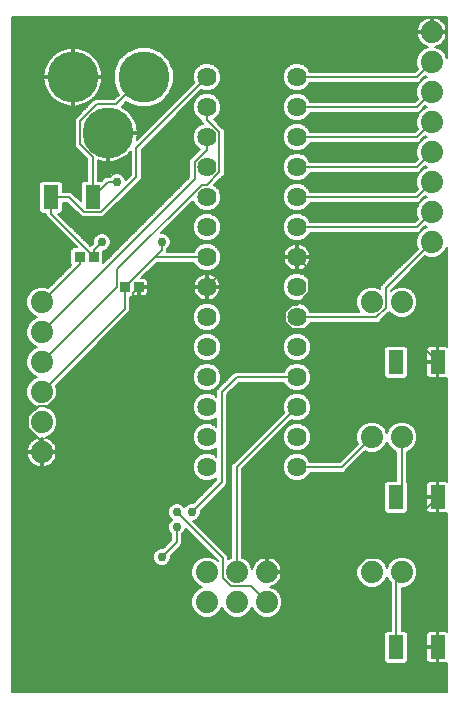
<source format=gtl>
G75*
%MOIN*%
%OFA0B0*%
%FSLAX25Y25*%
%IPPOS*%
%LPD*%
%AMOC8*
5,1,8,0,0,1.08239X$1,22.5*
%
%ADD10R,0.03346X0.03543*%
%ADD11C,0.07400*%
%ADD12C,0.17000*%
%ADD13R,0.05000X0.08110*%
%ADD14C,0.06400*%
%ADD15C,0.00600*%
%ADD16C,0.02978*%
D10*
X0052717Y0136300D03*
X0057283Y0136300D03*
X0042283Y0146300D03*
X0037717Y0146300D03*
D11*
X0025000Y0131300D03*
X0025000Y0121300D03*
X0025000Y0111300D03*
X0025000Y0101300D03*
X0025000Y0091300D03*
X0025000Y0081300D03*
X0080000Y0041300D03*
X0080000Y0031300D03*
X0090000Y0031300D03*
X0090000Y0041300D03*
X0100000Y0041300D03*
X0100000Y0031300D03*
X0135000Y0041300D03*
X0145000Y0041300D03*
X0145000Y0086300D03*
X0135000Y0086300D03*
X0135000Y0131300D03*
X0145000Y0131300D03*
X0155000Y0151300D03*
X0155000Y0161300D03*
X0155000Y0171300D03*
X0155000Y0181300D03*
X0155000Y0191300D03*
X0155000Y0201300D03*
X0155000Y0211300D03*
X0155000Y0221300D03*
D12*
X0058937Y0206300D03*
X0047126Y0187796D03*
X0035315Y0206300D03*
D13*
X0041909Y0166300D03*
X0028091Y0166300D03*
X0143091Y0111300D03*
X0156909Y0111300D03*
X0156909Y0066300D03*
X0143091Y0066300D03*
X0143091Y0016300D03*
X0156909Y0016300D03*
D14*
X0110000Y0076300D03*
X0110000Y0086300D03*
X0110000Y0096300D03*
X0110000Y0106300D03*
X0110000Y0116300D03*
X0110000Y0126300D03*
X0110000Y0136300D03*
X0110000Y0146300D03*
X0110000Y0156300D03*
X0110000Y0166300D03*
X0110000Y0176300D03*
X0110000Y0186300D03*
X0110000Y0196300D03*
X0110000Y0206300D03*
X0080000Y0206300D03*
X0080000Y0196300D03*
X0080000Y0186300D03*
X0080000Y0176300D03*
X0080000Y0166300D03*
X0080000Y0156300D03*
X0080000Y0146300D03*
X0080000Y0136300D03*
X0080000Y0126300D03*
X0080000Y0116300D03*
X0080000Y0106300D03*
X0080000Y0096300D03*
X0080000Y0086300D03*
X0080000Y0076300D03*
D15*
X0015000Y0001300D02*
X0160000Y0001300D01*
X0015000Y0001300D01*
X0015000Y0226300D01*
X0160000Y0226300D01*
X0160000Y0212817D01*
X0159408Y0214246D01*
X0157946Y0215708D01*
X0156198Y0216432D01*
X0156919Y0216666D01*
X0157621Y0217024D01*
X0158257Y0217486D01*
X0158814Y0218043D01*
X0159276Y0218679D01*
X0159634Y0219381D01*
X0159877Y0220129D01*
X0160000Y0220906D01*
X0160000Y0221000D01*
X0155300Y0221000D01*
X0155300Y0221600D01*
X0154700Y0221600D01*
X0154700Y0226300D01*
X0154606Y0226300D01*
X0153829Y0226177D01*
X0153081Y0225934D01*
X0152379Y0225576D01*
X0151743Y0225114D01*
X0151186Y0224557D01*
X0150724Y0223921D01*
X0150366Y0223219D01*
X0150123Y0222471D01*
X0150000Y0221694D01*
X0150000Y0221600D01*
X0154700Y0221600D01*
X0154700Y0221000D01*
X0150000Y0221000D01*
X0150000Y0220906D01*
X0150123Y0220129D01*
X0150366Y0219381D01*
X0150724Y0218679D01*
X0151186Y0218043D01*
X0151743Y0217486D01*
X0152379Y0217024D01*
X0153081Y0216666D01*
X0153802Y0216432D01*
X0152054Y0215708D01*
X0150592Y0214246D01*
X0149800Y0212334D01*
X0149800Y0210266D01*
X0150275Y0209120D01*
X0149254Y0208100D01*
X0114342Y0208100D01*
X0113984Y0208962D01*
X0112662Y0210284D01*
X0110935Y0211000D01*
X0109065Y0211000D01*
X0107338Y0210284D01*
X0106016Y0208962D01*
X0105300Y0207235D01*
X0105300Y0205365D01*
X0106016Y0203638D01*
X0107338Y0202316D01*
X0109065Y0201600D01*
X0110935Y0201600D01*
X0112662Y0202316D01*
X0113984Y0203638D01*
X0114342Y0204500D01*
X0150746Y0204500D01*
X0151800Y0205554D01*
X0152820Y0206575D01*
X0153483Y0206300D01*
X0152054Y0205708D01*
X0150592Y0204246D01*
X0149800Y0202334D01*
X0149800Y0200266D01*
X0150275Y0199120D01*
X0149254Y0198100D01*
X0114342Y0198100D01*
X0113984Y0198962D01*
X0112662Y0200284D01*
X0110935Y0201000D01*
X0109065Y0201000D01*
X0107338Y0200284D01*
X0106016Y0198962D01*
X0105300Y0197235D01*
X0105300Y0195365D01*
X0106016Y0193638D01*
X0107338Y0192316D01*
X0109065Y0191600D01*
X0110935Y0191600D01*
X0112662Y0192316D01*
X0113984Y0193638D01*
X0114342Y0194500D01*
X0150746Y0194500D01*
X0152820Y0196575D01*
X0153483Y0196300D01*
X0152054Y0195708D01*
X0150592Y0194246D01*
X0149800Y0192334D01*
X0149800Y0190266D01*
X0150275Y0189120D01*
X0149254Y0188100D01*
X0114342Y0188100D01*
X0113984Y0188962D01*
X0112662Y0190284D01*
X0110935Y0191000D01*
X0109065Y0191000D01*
X0107338Y0190284D01*
X0106016Y0188962D01*
X0105300Y0187235D01*
X0105300Y0185365D01*
X0106016Y0183638D01*
X0107338Y0182316D01*
X0109065Y0181600D01*
X0110935Y0181600D01*
X0112662Y0182316D01*
X0113984Y0183638D01*
X0114342Y0184500D01*
X0150746Y0184500D01*
X0151800Y0185554D01*
X0151800Y0185554D01*
X0152820Y0186575D01*
X0153483Y0186300D01*
X0152054Y0185708D01*
X0150592Y0184246D01*
X0149800Y0182334D01*
X0149800Y0180266D01*
X0150275Y0179120D01*
X0149254Y0178100D01*
X0114342Y0178100D01*
X0113984Y0178962D01*
X0112662Y0180284D01*
X0110935Y0181000D01*
X0109065Y0181000D01*
X0107338Y0180284D01*
X0106016Y0178962D01*
X0105300Y0177235D01*
X0105300Y0175365D01*
X0106016Y0173638D01*
X0107338Y0172316D01*
X0109065Y0171600D01*
X0110935Y0171600D01*
X0112662Y0172316D01*
X0113984Y0173638D01*
X0114342Y0174500D01*
X0150746Y0174500D01*
X0151800Y0175554D01*
X0152820Y0176575D01*
X0153483Y0176300D01*
X0152054Y0175708D01*
X0150592Y0174246D01*
X0149800Y0172334D01*
X0149800Y0170266D01*
X0150275Y0169120D01*
X0149254Y0168100D01*
X0114342Y0168100D01*
X0113984Y0168962D01*
X0112662Y0170284D01*
X0110935Y0171000D01*
X0109065Y0171000D01*
X0107338Y0170284D01*
X0106016Y0168962D01*
X0105300Y0167235D01*
X0105300Y0165365D01*
X0106016Y0163638D01*
X0107338Y0162316D01*
X0109065Y0161600D01*
X0110935Y0161600D01*
X0112662Y0162316D01*
X0113984Y0163638D01*
X0114342Y0164500D01*
X0150746Y0164500D01*
X0151800Y0165554D01*
X0152820Y0166575D01*
X0153483Y0166300D01*
X0152054Y0165708D01*
X0150592Y0164246D01*
X0149800Y0162334D01*
X0149800Y0160266D01*
X0150275Y0159120D01*
X0149254Y0158100D01*
X0114342Y0158100D01*
X0113984Y0158962D01*
X0112662Y0160284D01*
X0110935Y0161000D01*
X0109065Y0161000D01*
X0107338Y0160284D01*
X0106016Y0158962D01*
X0105300Y0157235D01*
X0105300Y0155365D01*
X0106016Y0153638D01*
X0107338Y0152316D01*
X0109065Y0151600D01*
X0110935Y0151600D01*
X0112662Y0152316D01*
X0113984Y0153638D01*
X0114342Y0154500D01*
X0150746Y0154500D01*
X0151800Y0155554D01*
X0152820Y0156575D01*
X0153483Y0156300D01*
X0152054Y0155708D01*
X0150592Y0154246D01*
X0149800Y0152334D01*
X0149800Y0150266D01*
X0150275Y0149120D01*
X0138854Y0137700D01*
X0137800Y0136646D01*
X0137800Y0135769D01*
X0136034Y0136500D01*
X0133966Y0136500D01*
X0132054Y0135708D01*
X0130592Y0134246D01*
X0129800Y0132334D01*
X0129800Y0130266D01*
X0130592Y0128354D01*
X0130846Y0128100D01*
X0114342Y0128100D01*
X0113984Y0128962D01*
X0112662Y0130284D01*
X0110935Y0131000D01*
X0109065Y0131000D01*
X0107338Y0130284D01*
X0106016Y0128962D01*
X0105300Y0127235D01*
X0105300Y0125365D01*
X0106016Y0123638D01*
X0107338Y0122316D01*
X0109065Y0121600D01*
X0110935Y0121600D01*
X0112662Y0122316D01*
X0113984Y0123638D01*
X0114342Y0124500D01*
X0137251Y0124500D01*
X0138305Y0125554D01*
X0140849Y0128098D01*
X0142054Y0126892D01*
X0143966Y0126100D01*
X0146034Y0126100D01*
X0147946Y0126892D01*
X0149408Y0128354D01*
X0150200Y0130266D01*
X0150200Y0132334D01*
X0149408Y0134246D01*
X0147946Y0135708D01*
X0146034Y0136500D01*
X0143966Y0136500D01*
X0142054Y0135708D01*
X0141400Y0135054D01*
X0141400Y0135154D01*
X0152820Y0146575D01*
X0153966Y0146100D01*
X0156034Y0146100D01*
X0157946Y0146892D01*
X0159408Y0148354D01*
X0160000Y0149783D01*
X0160000Y0116515D01*
X0159911Y0116567D01*
X0159581Y0116655D01*
X0157209Y0116655D01*
X0157209Y0111600D01*
X0156609Y0111600D01*
X0156609Y0111000D01*
X0153109Y0111000D01*
X0153109Y0107074D01*
X0153198Y0106743D01*
X0153369Y0106447D01*
X0153611Y0106205D01*
X0153908Y0106033D01*
X0154238Y0105945D01*
X0156609Y0105945D01*
X0156609Y0111000D01*
X0157209Y0111000D01*
X0157209Y0105945D01*
X0159581Y0105945D01*
X0159911Y0106033D01*
X0160000Y0106085D01*
X0160000Y0071515D01*
X0159911Y0071567D01*
X0159581Y0071655D01*
X0157209Y0071655D01*
X0157209Y0066600D01*
X0156609Y0066600D01*
X0156609Y0066000D01*
X0153109Y0066000D01*
X0153109Y0062074D01*
X0153198Y0061743D01*
X0153369Y0061447D01*
X0153611Y0061205D01*
X0153908Y0061033D01*
X0154238Y0060945D01*
X0156609Y0060945D01*
X0156609Y0066000D01*
X0157209Y0066000D01*
X0157209Y0060945D01*
X0159581Y0060945D01*
X0159911Y0061033D01*
X0160000Y0061085D01*
X0160000Y0021515D01*
X0159911Y0021567D01*
X0159581Y0021655D01*
X0157209Y0021655D01*
X0157209Y0016600D01*
X0156609Y0016600D01*
X0156609Y0016000D01*
X0153109Y0016000D01*
X0153109Y0012074D01*
X0153198Y0011743D01*
X0153369Y0011447D01*
X0153611Y0011205D01*
X0153908Y0011033D01*
X0154238Y0010945D01*
X0156609Y0010945D01*
X0156609Y0016000D01*
X0157209Y0016000D01*
X0157209Y0010945D01*
X0159581Y0010945D01*
X0159911Y0011033D01*
X0160000Y0011085D01*
X0160000Y0001300D01*
X0160000Y0001899D02*
X0015000Y0001899D01*
X0015000Y0002497D02*
X0160000Y0002497D01*
X0160000Y0003096D02*
X0015000Y0003096D01*
X0015000Y0003694D02*
X0160000Y0003694D01*
X0160000Y0004293D02*
X0015000Y0004293D01*
X0015000Y0004891D02*
X0160000Y0004891D01*
X0160000Y0005490D02*
X0015000Y0005490D01*
X0015000Y0006088D02*
X0160000Y0006088D01*
X0160000Y0006687D02*
X0015000Y0006687D01*
X0015000Y0007285D02*
X0160000Y0007285D01*
X0160000Y0007884D02*
X0015000Y0007884D01*
X0015000Y0008482D02*
X0160000Y0008482D01*
X0160000Y0009081D02*
X0015000Y0009081D01*
X0015000Y0009679D02*
X0160000Y0009679D01*
X0160000Y0010278D02*
X0015000Y0010278D01*
X0015000Y0010876D02*
X0139838Y0010876D01*
X0139969Y0010745D02*
X0146212Y0010745D01*
X0147091Y0011624D01*
X0147091Y0020976D01*
X0146212Y0021855D01*
X0144891Y0021855D01*
X0144891Y0036100D01*
X0146034Y0036100D01*
X0147946Y0036892D01*
X0149408Y0038354D01*
X0150200Y0040266D01*
X0150200Y0042334D01*
X0149408Y0044246D01*
X0147946Y0045708D01*
X0146034Y0046500D01*
X0143966Y0046500D01*
X0142054Y0045708D01*
X0140592Y0044246D01*
X0140000Y0042817D01*
X0139408Y0044246D01*
X0137946Y0045708D01*
X0136034Y0046500D01*
X0133966Y0046500D01*
X0132054Y0045708D01*
X0130592Y0044246D01*
X0129800Y0042334D01*
X0129800Y0040266D01*
X0130592Y0038354D01*
X0132054Y0036892D01*
X0133966Y0036100D01*
X0136034Y0036100D01*
X0137946Y0036892D01*
X0139408Y0038354D01*
X0140000Y0039783D01*
X0140592Y0038354D01*
X0141291Y0037656D01*
X0141291Y0021855D01*
X0139969Y0021855D01*
X0139091Y0020976D01*
X0139091Y0011624D01*
X0139969Y0010745D01*
X0139239Y0011475D02*
X0015000Y0011475D01*
X0015000Y0012073D02*
X0139091Y0012073D01*
X0139091Y0012672D02*
X0015000Y0012672D01*
X0015000Y0013270D02*
X0139091Y0013270D01*
X0139091Y0013869D02*
X0015000Y0013869D01*
X0015000Y0014467D02*
X0139091Y0014467D01*
X0139091Y0015066D02*
X0015000Y0015066D01*
X0015000Y0015664D02*
X0139091Y0015664D01*
X0139091Y0016263D02*
X0015000Y0016263D01*
X0015000Y0016861D02*
X0139091Y0016861D01*
X0139091Y0017460D02*
X0015000Y0017460D01*
X0015000Y0018058D02*
X0139091Y0018058D01*
X0139091Y0018657D02*
X0015000Y0018657D01*
X0015000Y0019255D02*
X0139091Y0019255D01*
X0139091Y0019854D02*
X0015000Y0019854D01*
X0015000Y0020452D02*
X0139091Y0020452D01*
X0139165Y0021051D02*
X0015000Y0021051D01*
X0015000Y0021649D02*
X0139763Y0021649D01*
X0141291Y0022248D02*
X0015000Y0022248D01*
X0015000Y0022846D02*
X0141291Y0022846D01*
X0141291Y0023445D02*
X0015000Y0023445D01*
X0015000Y0024043D02*
X0141291Y0024043D01*
X0141291Y0024642D02*
X0015000Y0024642D01*
X0015000Y0025240D02*
X0141291Y0025240D01*
X0141291Y0025839D02*
X0015000Y0025839D01*
X0015000Y0026437D02*
X0078151Y0026437D01*
X0078966Y0026100D02*
X0081034Y0026100D01*
X0082946Y0026892D01*
X0084408Y0028354D01*
X0085000Y0029783D01*
X0085592Y0028354D01*
X0087054Y0026892D01*
X0088966Y0026100D01*
X0091034Y0026100D01*
X0092946Y0026892D01*
X0094408Y0028354D01*
X0095000Y0029783D01*
X0095592Y0028354D01*
X0097054Y0026892D01*
X0098966Y0026100D01*
X0101034Y0026100D01*
X0102946Y0026892D01*
X0104408Y0028354D01*
X0105200Y0030266D01*
X0105200Y0032334D01*
X0104408Y0034246D01*
X0102946Y0035708D01*
X0101198Y0036432D01*
X0101919Y0036666D01*
X0102621Y0037024D01*
X0103257Y0037486D01*
X0103814Y0038043D01*
X0104276Y0038679D01*
X0104634Y0039381D01*
X0104877Y0040129D01*
X0105000Y0040906D01*
X0105000Y0041000D01*
X0100300Y0041000D01*
X0100300Y0041600D01*
X0105000Y0041600D01*
X0105000Y0041694D01*
X0104877Y0042471D01*
X0104634Y0043219D01*
X0104276Y0043921D01*
X0103814Y0044557D01*
X0103257Y0045114D01*
X0102621Y0045576D01*
X0101919Y0045934D01*
X0101171Y0046177D01*
X0100394Y0046300D01*
X0100300Y0046300D01*
X0100300Y0041600D01*
X0099700Y0041600D01*
X0099700Y0046300D01*
X0099606Y0046300D01*
X0098829Y0046177D01*
X0098081Y0045934D01*
X0097379Y0045576D01*
X0096743Y0045114D01*
X0096186Y0044557D01*
X0095724Y0043921D01*
X0095366Y0043219D01*
X0095132Y0042498D01*
X0094408Y0044246D01*
X0092946Y0045708D01*
X0091800Y0046183D01*
X0091800Y0075554D01*
X0108203Y0091957D01*
X0109065Y0091600D01*
X0110935Y0091600D01*
X0112662Y0092316D01*
X0113984Y0093638D01*
X0114700Y0095365D01*
X0114700Y0097235D01*
X0113984Y0098962D01*
X0112662Y0100284D01*
X0110935Y0101000D01*
X0109065Y0101000D01*
X0107338Y0100284D01*
X0106016Y0098962D01*
X0105300Y0097235D01*
X0105300Y0095365D01*
X0105657Y0094503D01*
X0089254Y0078100D01*
X0088200Y0077046D01*
X0088200Y0046183D01*
X0087200Y0045769D01*
X0087200Y0046646D01*
X0086146Y0047700D01*
X0075535Y0058311D01*
X0075595Y0058311D01*
X0076693Y0058766D01*
X0077534Y0059607D01*
X0077989Y0060705D01*
X0077989Y0061743D01*
X0085746Y0069500D01*
X0086800Y0070554D01*
X0086800Y0100554D01*
X0090746Y0104500D01*
X0105658Y0104500D01*
X0106016Y0103638D01*
X0107338Y0102316D01*
X0109065Y0101600D01*
X0110935Y0101600D01*
X0112662Y0102316D01*
X0113984Y0103638D01*
X0114700Y0105365D01*
X0114700Y0107235D01*
X0113984Y0108962D01*
X0112662Y0110284D01*
X0110935Y0111000D01*
X0109065Y0111000D01*
X0107338Y0110284D01*
X0106016Y0108962D01*
X0105658Y0108100D01*
X0089254Y0108100D01*
X0088200Y0107046D01*
X0083200Y0102046D01*
X0083200Y0099747D01*
X0082662Y0100284D01*
X0080935Y0101000D01*
X0079065Y0101000D01*
X0077338Y0100284D01*
X0076016Y0098962D01*
X0075300Y0097235D01*
X0075300Y0095365D01*
X0076016Y0093638D01*
X0077338Y0092316D01*
X0079065Y0091600D01*
X0080935Y0091600D01*
X0082662Y0092316D01*
X0083200Y0092853D01*
X0083200Y0089747D01*
X0082662Y0090284D01*
X0080935Y0091000D01*
X0079065Y0091000D01*
X0077338Y0090284D01*
X0076016Y0088962D01*
X0075300Y0087235D01*
X0075300Y0085365D01*
X0076016Y0083638D01*
X0077338Y0082316D01*
X0079065Y0081600D01*
X0080935Y0081600D01*
X0082662Y0082316D01*
X0083200Y0082853D01*
X0083200Y0079747D01*
X0082662Y0080284D01*
X0080935Y0081000D01*
X0079065Y0081000D01*
X0077338Y0080284D01*
X0076016Y0078962D01*
X0075300Y0077235D01*
X0075300Y0075365D01*
X0076016Y0073638D01*
X0077338Y0072316D01*
X0079065Y0071600D01*
X0080935Y0071600D01*
X0082662Y0072316D01*
X0083200Y0072853D01*
X0083200Y0072046D01*
X0075443Y0064289D01*
X0074405Y0064289D01*
X0073307Y0063834D01*
X0072500Y0063027D01*
X0071693Y0063834D01*
X0070595Y0064289D01*
X0069405Y0064289D01*
X0068307Y0063834D01*
X0067466Y0062993D01*
X0067011Y0061895D01*
X0067011Y0060705D01*
X0067466Y0059607D01*
X0068273Y0058800D01*
X0067466Y0057993D01*
X0067011Y0056895D01*
X0067011Y0055705D01*
X0067466Y0054607D01*
X0068200Y0053873D01*
X0068200Y0052046D01*
X0065443Y0049289D01*
X0064405Y0049289D01*
X0063307Y0048834D01*
X0062466Y0047993D01*
X0062011Y0046895D01*
X0062011Y0045705D01*
X0062466Y0044607D01*
X0063307Y0043766D01*
X0064405Y0043311D01*
X0065595Y0043311D01*
X0066693Y0043766D01*
X0067534Y0044607D01*
X0067989Y0045705D01*
X0067989Y0046743D01*
X0070746Y0049500D01*
X0071800Y0050554D01*
X0071800Y0053873D01*
X0072534Y0054607D01*
X0072989Y0055705D01*
X0072989Y0055765D01*
X0083600Y0045154D01*
X0083600Y0045054D01*
X0082946Y0045708D01*
X0081034Y0046500D01*
X0078966Y0046500D01*
X0077054Y0045708D01*
X0075592Y0044246D01*
X0074800Y0042334D01*
X0074800Y0040266D01*
X0075592Y0038354D01*
X0077054Y0036892D01*
X0078483Y0036300D01*
X0077054Y0035708D01*
X0075592Y0034246D01*
X0074800Y0032334D01*
X0074800Y0030266D01*
X0075592Y0028354D01*
X0077054Y0026892D01*
X0078966Y0026100D01*
X0076910Y0027036D02*
X0015000Y0027036D01*
X0015000Y0027634D02*
X0076312Y0027634D01*
X0075713Y0028233D02*
X0015000Y0028233D01*
X0015000Y0028832D02*
X0075394Y0028832D01*
X0075146Y0029430D02*
X0015000Y0029430D01*
X0015000Y0030029D02*
X0074898Y0030029D01*
X0074800Y0030627D02*
X0015000Y0030627D01*
X0015000Y0031226D02*
X0074800Y0031226D01*
X0074800Y0031824D02*
X0015000Y0031824D01*
X0015000Y0032423D02*
X0074837Y0032423D01*
X0075084Y0033021D02*
X0015000Y0033021D01*
X0015000Y0033620D02*
X0075332Y0033620D01*
X0075580Y0034218D02*
X0015000Y0034218D01*
X0015000Y0034817D02*
X0076163Y0034817D01*
X0076761Y0035415D02*
X0015000Y0035415D01*
X0015000Y0036014D02*
X0077792Y0036014D01*
X0077729Y0036612D02*
X0015000Y0036612D01*
X0015000Y0037211D02*
X0076735Y0037211D01*
X0076137Y0037809D02*
X0015000Y0037809D01*
X0015000Y0038408D02*
X0075570Y0038408D01*
X0075322Y0039006D02*
X0015000Y0039006D01*
X0015000Y0039605D02*
X0075074Y0039605D01*
X0074826Y0040203D02*
X0015000Y0040203D01*
X0015000Y0040802D02*
X0074800Y0040802D01*
X0074800Y0041400D02*
X0015000Y0041400D01*
X0015000Y0041999D02*
X0074800Y0041999D01*
X0074909Y0042597D02*
X0015000Y0042597D01*
X0015000Y0043196D02*
X0075157Y0043196D01*
X0075405Y0043794D02*
X0066721Y0043794D01*
X0067320Y0044393D02*
X0075739Y0044393D01*
X0076337Y0044991D02*
X0067693Y0044991D01*
X0067941Y0045590D02*
X0076936Y0045590D01*
X0078213Y0046188D02*
X0067989Y0046188D01*
X0068032Y0046787D02*
X0081968Y0046787D01*
X0081787Y0046188D02*
X0082566Y0046188D01*
X0083064Y0045590D02*
X0083165Y0045590D01*
X0085400Y0045900D02*
X0085400Y0039395D01*
X0088095Y0036700D01*
X0094600Y0036700D01*
X0100000Y0031300D01*
X0096312Y0027634D02*
X0093688Y0027634D01*
X0093090Y0027036D02*
X0096910Y0027036D01*
X0098151Y0026437D02*
X0091849Y0026437D01*
X0094287Y0028233D02*
X0095713Y0028233D01*
X0095394Y0028832D02*
X0094606Y0028832D01*
X0094854Y0029430D02*
X0095146Y0029430D01*
X0088151Y0026437D02*
X0081849Y0026437D01*
X0083090Y0027036D02*
X0086910Y0027036D01*
X0086312Y0027634D02*
X0083688Y0027634D01*
X0084287Y0028233D02*
X0085713Y0028233D01*
X0085394Y0028832D02*
X0084606Y0028832D01*
X0084854Y0029430D02*
X0085146Y0029430D01*
X0090000Y0041300D02*
X0090000Y0076300D01*
X0110000Y0096300D01*
X0112892Y0100054D02*
X0160000Y0100054D01*
X0160000Y0099456D02*
X0113491Y0099456D01*
X0114028Y0098857D02*
X0160000Y0098857D01*
X0160000Y0098259D02*
X0114276Y0098259D01*
X0114524Y0097660D02*
X0160000Y0097660D01*
X0160000Y0097062D02*
X0114700Y0097062D01*
X0114700Y0096463D02*
X0160000Y0096463D01*
X0160000Y0095865D02*
X0114700Y0095865D01*
X0114659Y0095266D02*
X0160000Y0095266D01*
X0160000Y0094668D02*
X0114411Y0094668D01*
X0114163Y0094069D02*
X0160000Y0094069D01*
X0160000Y0093471D02*
X0113818Y0093471D01*
X0113219Y0092872D02*
X0160000Y0092872D01*
X0160000Y0092274D02*
X0112561Y0092274D01*
X0111116Y0091675D02*
X0160000Y0091675D01*
X0160000Y0091077D02*
X0147056Y0091077D01*
X0147946Y0090708D02*
X0146034Y0091500D01*
X0143966Y0091500D01*
X0142054Y0090708D01*
X0140592Y0089246D01*
X0140000Y0087817D01*
X0139408Y0089246D01*
X0137946Y0090708D01*
X0136034Y0091500D01*
X0133966Y0091500D01*
X0132054Y0090708D01*
X0130592Y0089246D01*
X0129800Y0087334D01*
X0129800Y0085266D01*
X0130275Y0084120D01*
X0124254Y0078100D01*
X0114342Y0078100D01*
X0113984Y0078962D01*
X0112662Y0080284D01*
X0110935Y0081000D01*
X0109065Y0081000D01*
X0107338Y0080284D01*
X0106016Y0078962D01*
X0105300Y0077235D01*
X0105300Y0075365D01*
X0106016Y0073638D01*
X0107338Y0072316D01*
X0109065Y0071600D01*
X0110935Y0071600D01*
X0112662Y0072316D01*
X0113984Y0073638D01*
X0114342Y0074500D01*
X0125746Y0074500D01*
X0126800Y0075554D01*
X0132820Y0081575D01*
X0133966Y0081100D01*
X0136034Y0081100D01*
X0137946Y0081892D01*
X0139408Y0083354D01*
X0140000Y0084783D01*
X0140592Y0083354D01*
X0142054Y0081892D01*
X0143200Y0081417D01*
X0143200Y0071855D01*
X0139969Y0071855D01*
X0139091Y0070976D01*
X0139091Y0061624D01*
X0139969Y0060745D01*
X0146212Y0060745D01*
X0147091Y0061624D01*
X0147091Y0070976D01*
X0146800Y0071267D01*
X0146800Y0081417D01*
X0147946Y0081892D01*
X0149408Y0083354D01*
X0150200Y0085266D01*
X0150200Y0087334D01*
X0149408Y0089246D01*
X0147946Y0090708D01*
X0148176Y0090478D02*
X0160000Y0090478D01*
X0160000Y0089880D02*
X0148774Y0089880D01*
X0149373Y0089281D02*
X0160000Y0089281D01*
X0160000Y0088683D02*
X0149642Y0088683D01*
X0149889Y0088084D02*
X0160000Y0088084D01*
X0160000Y0087486D02*
X0150137Y0087486D01*
X0150200Y0086887D02*
X0160000Y0086887D01*
X0160000Y0086289D02*
X0150200Y0086289D01*
X0150200Y0085690D02*
X0160000Y0085690D01*
X0160000Y0085092D02*
X0150128Y0085092D01*
X0149880Y0084493D02*
X0160000Y0084493D01*
X0160000Y0083895D02*
X0149632Y0083895D01*
X0149350Y0083296D02*
X0160000Y0083296D01*
X0160000Y0082698D02*
X0148751Y0082698D01*
X0148153Y0082099D02*
X0160000Y0082099D01*
X0160000Y0081501D02*
X0147001Y0081501D01*
X0146800Y0080902D02*
X0160000Y0080902D01*
X0160000Y0080303D02*
X0146800Y0080303D01*
X0146800Y0079705D02*
X0160000Y0079705D01*
X0160000Y0079106D02*
X0146800Y0079106D01*
X0146800Y0078508D02*
X0160000Y0078508D01*
X0160000Y0077909D02*
X0146800Y0077909D01*
X0146800Y0077311D02*
X0160000Y0077311D01*
X0160000Y0076712D02*
X0146800Y0076712D01*
X0146800Y0076114D02*
X0160000Y0076114D01*
X0160000Y0075515D02*
X0146800Y0075515D01*
X0146800Y0074917D02*
X0160000Y0074917D01*
X0160000Y0074318D02*
X0146800Y0074318D01*
X0146800Y0073720D02*
X0160000Y0073720D01*
X0160000Y0073121D02*
X0146800Y0073121D01*
X0146800Y0072523D02*
X0160000Y0072523D01*
X0160000Y0071924D02*
X0146800Y0071924D01*
X0146800Y0071326D02*
X0153542Y0071326D01*
X0153611Y0071395D02*
X0153369Y0071153D01*
X0153198Y0070857D01*
X0153109Y0070526D01*
X0153109Y0066600D01*
X0156609Y0066600D01*
X0156609Y0071655D01*
X0154238Y0071655D01*
X0153908Y0071567D01*
X0153611Y0071395D01*
X0153163Y0070727D02*
X0147091Y0070727D01*
X0147091Y0070129D02*
X0153109Y0070129D01*
X0153109Y0069530D02*
X0147091Y0069530D01*
X0147091Y0068932D02*
X0153109Y0068932D01*
X0153109Y0068333D02*
X0147091Y0068333D01*
X0147091Y0067735D02*
X0153109Y0067735D01*
X0153109Y0067136D02*
X0147091Y0067136D01*
X0147091Y0066538D02*
X0156609Y0066538D01*
X0156909Y0066300D02*
X0156909Y0111300D01*
X0146009Y0122200D01*
X0108302Y0122200D01*
X0105900Y0124602D01*
X0105900Y0127998D01*
X0108302Y0130400D01*
X0109898Y0130400D01*
X0114100Y0134602D01*
X0114100Y0142200D01*
X0110000Y0146300D01*
X0090000Y0146300D01*
X0080000Y0136300D01*
X0057283Y0136300D01*
X0055290Y0134306D01*
X0055290Y0125084D01*
X0026905Y0096700D01*
X0023895Y0096700D01*
X0020400Y0093205D01*
X0020400Y0089395D01*
X0025000Y0084795D01*
X0025000Y0081300D01*
X0025300Y0081501D02*
X0083200Y0081501D01*
X0083200Y0082099D02*
X0082140Y0082099D01*
X0083044Y0082698D02*
X0083200Y0082698D01*
X0083200Y0080902D02*
X0081171Y0080902D01*
X0082616Y0080303D02*
X0083200Y0080303D01*
X0086800Y0080303D02*
X0091458Y0080303D01*
X0090859Y0079705D02*
X0086800Y0079705D01*
X0086800Y0079106D02*
X0090261Y0079106D01*
X0089662Y0078508D02*
X0086800Y0078508D01*
X0086800Y0077909D02*
X0089064Y0077909D01*
X0088465Y0077311D02*
X0086800Y0077311D01*
X0086800Y0076712D02*
X0088200Y0076712D01*
X0088200Y0076114D02*
X0086800Y0076114D01*
X0086800Y0075515D02*
X0088200Y0075515D01*
X0088200Y0074917D02*
X0086800Y0074917D01*
X0086800Y0074318D02*
X0088200Y0074318D01*
X0088200Y0073720D02*
X0086800Y0073720D01*
X0086800Y0073121D02*
X0088200Y0073121D01*
X0088200Y0072523D02*
X0086800Y0072523D01*
X0086800Y0071924D02*
X0088200Y0071924D01*
X0088200Y0071326D02*
X0086800Y0071326D01*
X0086800Y0070727D02*
X0088200Y0070727D01*
X0088200Y0070129D02*
X0086374Y0070129D01*
X0085776Y0069530D02*
X0088200Y0069530D01*
X0088200Y0068932D02*
X0085177Y0068932D01*
X0084579Y0068333D02*
X0088200Y0068333D01*
X0088200Y0067735D02*
X0083980Y0067735D01*
X0083382Y0067136D02*
X0088200Y0067136D01*
X0088200Y0066538D02*
X0082783Y0066538D01*
X0082185Y0065939D02*
X0088200Y0065939D01*
X0088200Y0065341D02*
X0081586Y0065341D01*
X0080988Y0064742D02*
X0088200Y0064742D01*
X0088200Y0064144D02*
X0080389Y0064144D01*
X0079791Y0063545D02*
X0088200Y0063545D01*
X0088200Y0062947D02*
X0079192Y0062947D01*
X0078594Y0062348D02*
X0088200Y0062348D01*
X0088200Y0061750D02*
X0077995Y0061750D01*
X0077989Y0061151D02*
X0088200Y0061151D01*
X0088200Y0060553D02*
X0077926Y0060553D01*
X0077678Y0059954D02*
X0088200Y0059954D01*
X0088200Y0059356D02*
X0077283Y0059356D01*
X0076671Y0058757D02*
X0088200Y0058757D01*
X0088200Y0058159D02*
X0075687Y0058159D01*
X0076286Y0057560D02*
X0088200Y0057560D01*
X0088200Y0056962D02*
X0076884Y0056962D01*
X0077483Y0056363D02*
X0088200Y0056363D01*
X0088200Y0055765D02*
X0078081Y0055765D01*
X0078680Y0055166D02*
X0088200Y0055166D01*
X0088200Y0054568D02*
X0079278Y0054568D01*
X0079877Y0053969D02*
X0088200Y0053969D01*
X0088200Y0053370D02*
X0080475Y0053370D01*
X0081074Y0052772D02*
X0088200Y0052772D01*
X0088200Y0052173D02*
X0081672Y0052173D01*
X0082271Y0051575D02*
X0088200Y0051575D01*
X0088200Y0050976D02*
X0082869Y0050976D01*
X0083468Y0050378D02*
X0088200Y0050378D01*
X0088200Y0049779D02*
X0084066Y0049779D01*
X0084665Y0049181D02*
X0088200Y0049181D01*
X0088200Y0048582D02*
X0085263Y0048582D01*
X0085862Y0047984D02*
X0088200Y0047984D01*
X0088200Y0047385D02*
X0086460Y0047385D01*
X0087059Y0046787D02*
X0088200Y0046787D01*
X0088200Y0046188D02*
X0087200Y0046188D01*
X0085400Y0045900D02*
X0070000Y0061300D01*
X0071982Y0063545D02*
X0073018Y0063545D01*
X0074055Y0064144D02*
X0070945Y0064144D01*
X0069055Y0064144D02*
X0015000Y0064144D01*
X0015000Y0064742D02*
X0075897Y0064742D01*
X0076495Y0065341D02*
X0015000Y0065341D01*
X0015000Y0065939D02*
X0077094Y0065939D01*
X0077692Y0066538D02*
X0015000Y0066538D01*
X0015000Y0067136D02*
X0078291Y0067136D01*
X0078889Y0067735D02*
X0015000Y0067735D01*
X0015000Y0068333D02*
X0079488Y0068333D01*
X0080086Y0068932D02*
X0015000Y0068932D01*
X0015000Y0069530D02*
X0080685Y0069530D01*
X0081283Y0070129D02*
X0015000Y0070129D01*
X0015000Y0070727D02*
X0081882Y0070727D01*
X0082480Y0071326D02*
X0015000Y0071326D01*
X0015000Y0071924D02*
X0078282Y0071924D01*
X0077130Y0072523D02*
X0015000Y0072523D01*
X0015000Y0073121D02*
X0076532Y0073121D01*
X0075981Y0073720D02*
X0015000Y0073720D01*
X0015000Y0074318D02*
X0075734Y0074318D01*
X0075486Y0074917D02*
X0015000Y0074917D01*
X0015000Y0075515D02*
X0075300Y0075515D01*
X0075300Y0076114D02*
X0015000Y0076114D01*
X0015000Y0076712D02*
X0022990Y0076712D01*
X0023081Y0076666D02*
X0023829Y0076423D01*
X0024606Y0076300D01*
X0024700Y0076300D01*
X0024700Y0081000D01*
X0025300Y0081000D01*
X0025300Y0081600D01*
X0030000Y0081600D01*
X0030000Y0081694D01*
X0029877Y0082471D01*
X0029634Y0083219D01*
X0029276Y0083921D01*
X0028814Y0084557D01*
X0028257Y0085114D01*
X0027621Y0085576D01*
X0026919Y0085934D01*
X0026198Y0086168D01*
X0027946Y0086892D01*
X0029408Y0088354D01*
X0030200Y0090266D01*
X0030200Y0092334D01*
X0029408Y0094246D01*
X0027946Y0095708D01*
X0026517Y0096300D01*
X0027946Y0096892D01*
X0029408Y0098354D01*
X0030200Y0100266D01*
X0030200Y0102334D01*
X0029725Y0103480D01*
X0053462Y0127217D01*
X0054517Y0128271D01*
X0054517Y0133028D01*
X0055011Y0133028D01*
X0055259Y0133277D01*
X0055439Y0133228D01*
X0056983Y0133228D01*
X0056983Y0136000D01*
X0057583Y0136000D01*
X0057583Y0133228D01*
X0059128Y0133228D01*
X0059458Y0133317D01*
X0059755Y0133488D01*
X0059997Y0133730D01*
X0060168Y0134027D01*
X0060257Y0134357D01*
X0060257Y0136000D01*
X0057584Y0136000D01*
X0057584Y0136600D01*
X0060257Y0136600D01*
X0060257Y0138243D01*
X0060168Y0138573D01*
X0059997Y0138870D01*
X0059755Y0139112D01*
X0059458Y0139283D01*
X0059128Y0139372D01*
X0058183Y0139372D01*
X0063311Y0144500D01*
X0075658Y0144500D01*
X0076016Y0143638D01*
X0077338Y0142316D01*
X0079065Y0141600D01*
X0080935Y0141600D01*
X0082662Y0142316D01*
X0083984Y0143638D01*
X0084700Y0145365D01*
X0084700Y0147235D01*
X0083984Y0148962D01*
X0082662Y0150284D01*
X0080935Y0151000D01*
X0079065Y0151000D01*
X0077338Y0150284D01*
X0076016Y0148962D01*
X0075658Y0148100D01*
X0066800Y0148100D01*
X0066800Y0148873D01*
X0067534Y0149607D01*
X0067989Y0150705D01*
X0067989Y0151895D01*
X0067534Y0152993D01*
X0066693Y0153834D01*
X0065595Y0154289D01*
X0064736Y0154289D01*
X0075450Y0165003D01*
X0076016Y0163638D01*
X0077338Y0162316D01*
X0079065Y0161600D01*
X0080935Y0161600D01*
X0082662Y0162316D01*
X0083984Y0163638D01*
X0084700Y0165365D01*
X0084700Y0167235D01*
X0083984Y0168962D01*
X0082662Y0170284D01*
X0082426Y0170382D01*
X0084846Y0172802D01*
X0085900Y0173856D01*
X0085900Y0188744D01*
X0084846Y0189798D01*
X0082426Y0192218D01*
X0082662Y0192316D01*
X0083984Y0193638D01*
X0084700Y0195365D01*
X0084700Y0197235D01*
X0083984Y0198962D01*
X0082662Y0200284D01*
X0080935Y0201000D01*
X0079065Y0201000D01*
X0077338Y0200284D01*
X0076016Y0198962D01*
X0075300Y0197235D01*
X0075300Y0195365D01*
X0076016Y0193638D01*
X0077338Y0192316D01*
X0078200Y0191958D01*
X0078200Y0191353D01*
X0078703Y0190850D01*
X0077338Y0190284D01*
X0076016Y0188962D01*
X0075300Y0187235D01*
X0075300Y0185365D01*
X0076016Y0183638D01*
X0077338Y0182316D01*
X0077574Y0182218D01*
X0074100Y0178744D01*
X0074100Y0172946D01*
X0045457Y0144302D01*
X0045457Y0148311D01*
X0045595Y0148311D01*
X0046693Y0148766D01*
X0047534Y0149607D01*
X0047989Y0150705D01*
X0047989Y0151895D01*
X0047534Y0152993D01*
X0046693Y0153834D01*
X0045595Y0154289D01*
X0044405Y0154289D01*
X0043307Y0153834D01*
X0042466Y0152993D01*
X0042011Y0151895D01*
X0042011Y0150857D01*
X0041217Y0150063D01*
X0041035Y0150244D01*
X0030535Y0160745D01*
X0031212Y0160745D01*
X0032091Y0161624D01*
X0032091Y0164500D01*
X0033336Y0164500D01*
X0038291Y0159545D01*
X0045528Y0159545D01*
X0057272Y0171289D01*
X0058326Y0172343D01*
X0058326Y0182080D01*
X0078203Y0201957D01*
X0079065Y0201600D01*
X0080935Y0201600D01*
X0082662Y0202316D01*
X0083984Y0203638D01*
X0084700Y0205365D01*
X0084700Y0207235D01*
X0083984Y0208962D01*
X0082662Y0210284D01*
X0080935Y0211000D01*
X0079065Y0211000D01*
X0077338Y0210284D01*
X0076016Y0208962D01*
X0075300Y0207235D01*
X0075300Y0205365D01*
X0075657Y0204503D01*
X0056654Y0185499D01*
X0056803Y0186152D01*
X0056926Y0187246D01*
X0056926Y0187496D01*
X0047426Y0187496D01*
X0047426Y0177996D01*
X0047676Y0177996D01*
X0048770Y0178119D01*
X0049843Y0178364D01*
X0050882Y0178728D01*
X0051874Y0179205D01*
X0052806Y0179791D01*
X0053666Y0180477D01*
X0054445Y0181256D01*
X0054726Y0181608D01*
X0054726Y0173834D01*
X0052930Y0172038D01*
X0052534Y0172993D01*
X0051693Y0173834D01*
X0050595Y0174289D01*
X0049405Y0174289D01*
X0048307Y0173834D01*
X0047573Y0173100D01*
X0046164Y0173100D01*
X0045109Y0172046D01*
X0044919Y0171855D01*
X0043709Y0171855D01*
X0043709Y0178609D01*
X0044409Y0178364D01*
X0045482Y0178119D01*
X0046576Y0177996D01*
X0046826Y0177996D01*
X0046826Y0187496D01*
X0047426Y0187496D01*
X0047426Y0188096D01*
X0056926Y0188096D01*
X0056926Y0188346D01*
X0056803Y0189440D01*
X0056558Y0190513D01*
X0056194Y0191552D01*
X0055717Y0192544D01*
X0055131Y0193476D01*
X0054445Y0194337D01*
X0053666Y0195115D01*
X0052806Y0195801D01*
X0051874Y0196387D01*
X0051668Y0196486D01*
X0053139Y0197956D01*
X0053272Y0197822D01*
X0056948Y0196300D01*
X0060926Y0196300D01*
X0064602Y0197822D01*
X0067415Y0200635D01*
X0068937Y0204311D01*
X0068937Y0208289D01*
X0067415Y0211965D01*
X0064602Y0214778D01*
X0060926Y0216300D01*
X0056948Y0216300D01*
X0053272Y0214778D01*
X0050459Y0211965D01*
X0048937Y0208289D01*
X0048937Y0204311D01*
X0050459Y0200635D01*
X0050593Y0200502D01*
X0049087Y0198996D01*
X0042487Y0198996D01*
X0041432Y0197942D01*
X0035926Y0192435D01*
X0035926Y0183157D01*
X0036980Y0182102D01*
X0040109Y0178973D01*
X0040109Y0171855D01*
X0038788Y0171855D01*
X0037909Y0170976D01*
X0037909Y0165018D01*
X0034827Y0168100D01*
X0032091Y0168100D01*
X0032091Y0170976D01*
X0031212Y0171855D01*
X0024969Y0171855D01*
X0024091Y0170976D01*
X0024091Y0161624D01*
X0024969Y0160745D01*
X0026291Y0160745D01*
X0026291Y0159898D01*
X0036617Y0149572D01*
X0035422Y0149572D01*
X0034543Y0148693D01*
X0034543Y0143907D01*
X0034802Y0143648D01*
X0027180Y0136025D01*
X0026034Y0136500D01*
X0023966Y0136500D01*
X0022054Y0135708D01*
X0020592Y0134246D01*
X0019800Y0132334D01*
X0019800Y0130266D01*
X0020592Y0128354D01*
X0022054Y0126892D01*
X0023483Y0126300D01*
X0022054Y0125708D01*
X0020592Y0124246D01*
X0019800Y0122334D01*
X0019800Y0120266D01*
X0020592Y0118354D01*
X0022054Y0116892D01*
X0023483Y0116300D01*
X0022054Y0115708D01*
X0020592Y0114246D01*
X0019800Y0112334D01*
X0019800Y0110266D01*
X0020592Y0108354D01*
X0022054Y0106892D01*
X0023483Y0106300D01*
X0022054Y0105708D01*
X0020592Y0104246D01*
X0019800Y0102334D01*
X0019800Y0100266D01*
X0020592Y0098354D01*
X0022054Y0096892D01*
X0023483Y0096300D01*
X0022054Y0095708D01*
X0020592Y0094246D01*
X0019800Y0092334D01*
X0019800Y0090266D01*
X0020592Y0088354D01*
X0022054Y0086892D01*
X0023802Y0086168D01*
X0023081Y0085934D01*
X0022379Y0085576D01*
X0021743Y0085114D01*
X0021186Y0084557D01*
X0020724Y0083921D01*
X0020366Y0083219D01*
X0020123Y0082471D01*
X0020000Y0081694D01*
X0020000Y0081600D01*
X0024700Y0081600D01*
X0024700Y0086100D01*
X0025300Y0086100D01*
X0025300Y0081600D01*
X0024700Y0081600D01*
X0024700Y0081000D01*
X0020000Y0081000D01*
X0020000Y0080906D01*
X0020123Y0080129D01*
X0020366Y0079381D01*
X0020724Y0078679D01*
X0021186Y0078043D01*
X0021743Y0077486D01*
X0022379Y0077024D01*
X0023081Y0076666D01*
X0021984Y0077311D02*
X0015000Y0077311D01*
X0015000Y0077909D02*
X0021319Y0077909D01*
X0020848Y0078508D02*
X0015000Y0078508D01*
X0015000Y0079106D02*
X0020506Y0079106D01*
X0020261Y0079705D02*
X0015000Y0079705D01*
X0015000Y0080303D02*
X0020095Y0080303D01*
X0020001Y0080902D02*
X0015000Y0080902D01*
X0015000Y0081501D02*
X0024700Y0081501D01*
X0024700Y0082099D02*
X0025300Y0082099D01*
X0025300Y0082698D02*
X0024700Y0082698D01*
X0024700Y0083296D02*
X0025300Y0083296D01*
X0025300Y0083895D02*
X0024700Y0083895D01*
X0024700Y0084493D02*
X0025300Y0084493D01*
X0025300Y0085092D02*
X0024700Y0085092D01*
X0024700Y0085690D02*
X0025300Y0085690D01*
X0026490Y0086289D02*
X0075300Y0086289D01*
X0075300Y0086887D02*
X0027935Y0086887D01*
X0028540Y0087486D02*
X0075404Y0087486D01*
X0075652Y0088084D02*
X0029138Y0088084D01*
X0029544Y0088683D02*
X0075900Y0088683D01*
X0076334Y0089281D02*
X0029792Y0089281D01*
X0030040Y0089880D02*
X0076933Y0089880D01*
X0077805Y0090478D02*
X0030200Y0090478D01*
X0030200Y0091077D02*
X0083200Y0091077D01*
X0083200Y0091675D02*
X0081116Y0091675D01*
X0082561Y0092274D02*
X0083200Y0092274D01*
X0083200Y0090478D02*
X0082195Y0090478D01*
X0083067Y0089880D02*
X0083200Y0089880D01*
X0086800Y0089880D02*
X0101034Y0089880D01*
X0101633Y0090478D02*
X0086800Y0090478D01*
X0086800Y0091077D02*
X0102231Y0091077D01*
X0102830Y0091675D02*
X0086800Y0091675D01*
X0086800Y0092274D02*
X0103428Y0092274D01*
X0104027Y0092872D02*
X0086800Y0092872D01*
X0086800Y0093471D02*
X0104625Y0093471D01*
X0105224Y0094069D02*
X0086800Y0094069D01*
X0086800Y0094668D02*
X0105589Y0094668D01*
X0105341Y0095266D02*
X0086800Y0095266D01*
X0086800Y0095865D02*
X0105300Y0095865D01*
X0105300Y0096463D02*
X0086800Y0096463D01*
X0086800Y0097062D02*
X0105300Y0097062D01*
X0105476Y0097660D02*
X0086800Y0097660D01*
X0086800Y0098259D02*
X0105724Y0098259D01*
X0105972Y0098857D02*
X0086800Y0098857D01*
X0086800Y0099456D02*
X0106509Y0099456D01*
X0107108Y0100054D02*
X0086800Y0100054D01*
X0086898Y0100653D02*
X0108227Y0100653D01*
X0108462Y0101850D02*
X0088095Y0101850D01*
X0087497Y0101251D02*
X0160000Y0101251D01*
X0160000Y0100653D02*
X0111773Y0100653D01*
X0111538Y0101850D02*
X0160000Y0101850D01*
X0160000Y0102448D02*
X0112795Y0102448D01*
X0113394Y0103047D02*
X0160000Y0103047D01*
X0160000Y0103645D02*
X0113988Y0103645D01*
X0114236Y0104244D02*
X0160000Y0104244D01*
X0160000Y0104842D02*
X0114484Y0104842D01*
X0114700Y0105441D02*
X0160000Y0105441D01*
X0160000Y0106039D02*
X0159922Y0106039D01*
X0157209Y0106039D02*
X0156609Y0106039D01*
X0156609Y0106638D02*
X0157209Y0106638D01*
X0157209Y0107237D02*
X0156609Y0107237D01*
X0156609Y0107835D02*
X0157209Y0107835D01*
X0157209Y0108434D02*
X0156609Y0108434D01*
X0156609Y0109032D02*
X0157209Y0109032D01*
X0157209Y0109631D02*
X0156609Y0109631D01*
X0156609Y0110229D02*
X0157209Y0110229D01*
X0157209Y0110828D02*
X0156609Y0110828D01*
X0156609Y0111426D02*
X0147091Y0111426D01*
X0147091Y0110828D02*
X0153109Y0110828D01*
X0153109Y0110229D02*
X0147091Y0110229D01*
X0147091Y0109631D02*
X0153109Y0109631D01*
X0153109Y0109032D02*
X0147091Y0109032D01*
X0147091Y0108434D02*
X0153109Y0108434D01*
X0153109Y0107835D02*
X0147091Y0107835D01*
X0147091Y0107237D02*
X0153109Y0107237D01*
X0153259Y0106638D02*
X0147091Y0106638D01*
X0147091Y0106624D02*
X0147091Y0115976D01*
X0146212Y0116855D01*
X0139969Y0116855D01*
X0139091Y0115976D01*
X0139091Y0106624D01*
X0139969Y0105745D01*
X0146212Y0105745D01*
X0147091Y0106624D01*
X0146506Y0106039D02*
X0153897Y0106039D01*
X0153109Y0111600D02*
X0156609Y0111600D01*
X0156609Y0116655D01*
X0154238Y0116655D01*
X0153908Y0116567D01*
X0153611Y0116395D01*
X0153369Y0116153D01*
X0153198Y0115857D01*
X0153109Y0115526D01*
X0153109Y0111600D01*
X0153109Y0112025D02*
X0147091Y0112025D01*
X0147091Y0112623D02*
X0153109Y0112623D01*
X0153109Y0113222D02*
X0147091Y0113222D01*
X0147091Y0113820D02*
X0153109Y0113820D01*
X0153109Y0114419D02*
X0147091Y0114419D01*
X0147091Y0115017D02*
X0153109Y0115017D01*
X0153133Y0115616D02*
X0147091Y0115616D01*
X0146853Y0116214D02*
X0153430Y0116214D01*
X0156609Y0116214D02*
X0157209Y0116214D01*
X0157209Y0115616D02*
X0156609Y0115616D01*
X0156609Y0115017D02*
X0157209Y0115017D01*
X0157209Y0114419D02*
X0156609Y0114419D01*
X0156609Y0113820D02*
X0157209Y0113820D01*
X0157209Y0113222D02*
X0156609Y0113222D01*
X0156609Y0112623D02*
X0157209Y0112623D01*
X0157209Y0112025D02*
X0156609Y0112025D01*
X0160000Y0116813D02*
X0146254Y0116813D01*
X0139927Y0116813D02*
X0114700Y0116813D01*
X0114700Y0117235D02*
X0113984Y0118962D01*
X0112662Y0120284D01*
X0110935Y0121000D01*
X0109065Y0121000D01*
X0107338Y0120284D01*
X0106016Y0118962D01*
X0105300Y0117235D01*
X0105300Y0115365D01*
X0106016Y0113638D01*
X0107338Y0112316D01*
X0109065Y0111600D01*
X0110935Y0111600D01*
X0112662Y0112316D01*
X0113984Y0113638D01*
X0114700Y0115365D01*
X0114700Y0117235D01*
X0114627Y0117411D02*
X0160000Y0117411D01*
X0160000Y0118010D02*
X0114379Y0118010D01*
X0114131Y0118608D02*
X0160000Y0118608D01*
X0160000Y0119207D02*
X0113740Y0119207D01*
X0113142Y0119805D02*
X0160000Y0119805D01*
X0160000Y0120404D02*
X0112374Y0120404D01*
X0112382Y0122199D02*
X0160000Y0122199D01*
X0160000Y0121601D02*
X0110937Y0121601D01*
X0109063Y0121601D02*
X0080937Y0121601D01*
X0080935Y0121600D02*
X0082662Y0122316D01*
X0083984Y0123638D01*
X0084700Y0125365D01*
X0084700Y0127235D01*
X0083984Y0128962D01*
X0082662Y0130284D01*
X0080935Y0131000D01*
X0079065Y0131000D01*
X0077338Y0130284D01*
X0076016Y0128962D01*
X0075300Y0127235D01*
X0075300Y0125365D01*
X0076016Y0123638D01*
X0077338Y0122316D01*
X0079065Y0121600D01*
X0080935Y0121600D01*
X0080935Y0121000D02*
X0079065Y0121000D01*
X0077338Y0120284D01*
X0076016Y0118962D01*
X0075300Y0117235D01*
X0075300Y0115365D01*
X0076016Y0113638D01*
X0077338Y0112316D01*
X0079065Y0111600D01*
X0080935Y0111600D01*
X0082662Y0112316D01*
X0083984Y0113638D01*
X0084700Y0115365D01*
X0084700Y0117235D01*
X0083984Y0118962D01*
X0082662Y0120284D01*
X0080935Y0121000D01*
X0082374Y0120404D02*
X0107626Y0120404D01*
X0106858Y0119805D02*
X0083142Y0119805D01*
X0083740Y0119207D02*
X0106260Y0119207D01*
X0105869Y0118608D02*
X0084131Y0118608D01*
X0084379Y0118010D02*
X0105621Y0118010D01*
X0105373Y0117411D02*
X0084627Y0117411D01*
X0084700Y0116813D02*
X0105300Y0116813D01*
X0105300Y0116214D02*
X0084700Y0116214D01*
X0084700Y0115616D02*
X0105300Y0115616D01*
X0105444Y0115017D02*
X0084556Y0115017D01*
X0084308Y0114419D02*
X0105692Y0114419D01*
X0105940Y0113820D02*
X0084060Y0113820D01*
X0083568Y0113222D02*
X0106432Y0113222D01*
X0107030Y0112623D02*
X0082970Y0112623D01*
X0081960Y0112025D02*
X0108040Y0112025D01*
X0108649Y0110828D02*
X0081351Y0110828D01*
X0080935Y0111000D02*
X0079065Y0111000D01*
X0077338Y0110284D01*
X0076016Y0108962D01*
X0075300Y0107235D01*
X0075300Y0105365D01*
X0076016Y0103638D01*
X0077338Y0102316D01*
X0079065Y0101600D01*
X0080935Y0101600D01*
X0082662Y0102316D01*
X0083984Y0103638D01*
X0084700Y0105365D01*
X0084700Y0107235D01*
X0083984Y0108962D01*
X0082662Y0110284D01*
X0080935Y0111000D01*
X0082718Y0110229D02*
X0107282Y0110229D01*
X0106684Y0109631D02*
X0083316Y0109631D01*
X0083915Y0109032D02*
X0106085Y0109032D01*
X0105797Y0108434D02*
X0084204Y0108434D01*
X0084451Y0107835D02*
X0088989Y0107835D01*
X0088391Y0107237D02*
X0084699Y0107237D01*
X0084700Y0106638D02*
X0087792Y0106638D01*
X0087194Y0106039D02*
X0084700Y0106039D01*
X0084700Y0105441D02*
X0086595Y0105441D01*
X0085997Y0104842D02*
X0084484Y0104842D01*
X0084236Y0104244D02*
X0085398Y0104244D01*
X0084800Y0103645D02*
X0083988Y0103645D01*
X0084201Y0103047D02*
X0083394Y0103047D01*
X0083603Y0102448D02*
X0082795Y0102448D01*
X0083200Y0101850D02*
X0081538Y0101850D01*
X0081773Y0100653D02*
X0083200Y0100653D01*
X0083200Y0101251D02*
X0030200Y0101251D01*
X0030200Y0100653D02*
X0078227Y0100653D01*
X0078462Y0101850D02*
X0030200Y0101850D01*
X0030153Y0102448D02*
X0077205Y0102448D01*
X0076606Y0103047D02*
X0029905Y0103047D01*
X0029891Y0103645D02*
X0076012Y0103645D01*
X0075764Y0104244D02*
X0030490Y0104244D01*
X0031088Y0104842D02*
X0075516Y0104842D01*
X0075300Y0105441D02*
X0031687Y0105441D01*
X0032285Y0106039D02*
X0075300Y0106039D01*
X0075300Y0106638D02*
X0032884Y0106638D01*
X0033482Y0107237D02*
X0075301Y0107237D01*
X0075549Y0107835D02*
X0034081Y0107835D01*
X0034679Y0108434D02*
X0075796Y0108434D01*
X0076085Y0109032D02*
X0035278Y0109032D01*
X0035876Y0109631D02*
X0076684Y0109631D01*
X0077282Y0110229D02*
X0036475Y0110229D01*
X0037073Y0110828D02*
X0078649Y0110828D01*
X0078040Y0112025D02*
X0038270Y0112025D01*
X0038869Y0112623D02*
X0077030Y0112623D01*
X0076432Y0113222D02*
X0039467Y0113222D01*
X0040066Y0113820D02*
X0075940Y0113820D01*
X0075692Y0114419D02*
X0040664Y0114419D01*
X0041263Y0115017D02*
X0075444Y0115017D01*
X0075300Y0115616D02*
X0041861Y0115616D01*
X0042460Y0116214D02*
X0075300Y0116214D01*
X0075300Y0116813D02*
X0043058Y0116813D01*
X0043657Y0117411D02*
X0075373Y0117411D01*
X0075621Y0118010D02*
X0044255Y0118010D01*
X0044854Y0118608D02*
X0075869Y0118608D01*
X0076260Y0119207D02*
X0045452Y0119207D01*
X0046051Y0119805D02*
X0076858Y0119805D01*
X0077626Y0120404D02*
X0046649Y0120404D01*
X0047248Y0121002D02*
X0160000Y0121002D01*
X0160000Y0122798D02*
X0113145Y0122798D01*
X0113743Y0123396D02*
X0160000Y0123396D01*
X0160000Y0123995D02*
X0114132Y0123995D01*
X0114307Y0128184D02*
X0130762Y0128184D01*
X0130414Y0128783D02*
X0114059Y0128783D01*
X0113565Y0129381D02*
X0130166Y0129381D01*
X0129918Y0129980D02*
X0112967Y0129980D01*
X0111953Y0130578D02*
X0129800Y0130578D01*
X0129800Y0131177D02*
X0054517Y0131177D01*
X0054517Y0131775D02*
X0108641Y0131775D01*
X0109065Y0131600D02*
X0110935Y0131600D01*
X0112662Y0132316D01*
X0113984Y0133638D01*
X0114700Y0135365D01*
X0114700Y0137235D01*
X0113984Y0138962D01*
X0112662Y0140284D01*
X0110935Y0141000D01*
X0109065Y0141000D01*
X0107338Y0140284D01*
X0106016Y0138962D01*
X0105300Y0137235D01*
X0105300Y0135365D01*
X0106016Y0133638D01*
X0107338Y0132316D01*
X0109065Y0131600D01*
X0108047Y0130578D02*
X0081953Y0130578D01*
X0082967Y0129980D02*
X0107033Y0129980D01*
X0106435Y0129381D02*
X0083565Y0129381D01*
X0084059Y0128783D02*
X0105941Y0128783D01*
X0105693Y0128184D02*
X0084307Y0128184D01*
X0084555Y0127586D02*
X0105445Y0127586D01*
X0105300Y0126987D02*
X0084700Y0126987D01*
X0084700Y0126389D02*
X0105300Y0126389D01*
X0105300Y0125790D02*
X0084700Y0125790D01*
X0084628Y0125192D02*
X0105372Y0125192D01*
X0105620Y0124593D02*
X0084380Y0124593D01*
X0084132Y0123995D02*
X0105868Y0123995D01*
X0106257Y0123396D02*
X0083743Y0123396D01*
X0083145Y0122798D02*
X0106855Y0122798D01*
X0107618Y0122199D02*
X0082382Y0122199D01*
X0079063Y0121601D02*
X0047846Y0121601D01*
X0048445Y0122199D02*
X0077618Y0122199D01*
X0076855Y0122798D02*
X0049043Y0122798D01*
X0049642Y0123396D02*
X0076257Y0123396D01*
X0075868Y0123995D02*
X0050240Y0123995D01*
X0050839Y0124593D02*
X0075620Y0124593D01*
X0075372Y0125192D02*
X0051437Y0125192D01*
X0052036Y0125790D02*
X0075300Y0125790D01*
X0075300Y0126389D02*
X0052634Y0126389D01*
X0053233Y0126987D02*
X0075300Y0126987D01*
X0075445Y0127586D02*
X0053831Y0127586D01*
X0054430Y0128184D02*
X0075693Y0128184D01*
X0075941Y0128783D02*
X0054517Y0128783D01*
X0054517Y0129381D02*
X0076435Y0129381D01*
X0077033Y0129980D02*
X0054517Y0129980D01*
X0054517Y0130578D02*
X0078047Y0130578D01*
X0078273Y0132130D02*
X0078946Y0131911D01*
X0079646Y0131800D01*
X0079700Y0131800D01*
X0079700Y0136000D01*
X0080300Y0136000D01*
X0080300Y0136600D01*
X0084500Y0136600D01*
X0084500Y0136654D01*
X0084389Y0137354D01*
X0084170Y0138027D01*
X0083849Y0138659D01*
X0083432Y0139232D01*
X0082932Y0139732D01*
X0082359Y0140149D01*
X0081727Y0140470D01*
X0081054Y0140689D01*
X0080354Y0140800D01*
X0080300Y0140800D01*
X0080300Y0136600D01*
X0079700Y0136600D01*
X0079700Y0140800D01*
X0079646Y0140800D01*
X0078946Y0140689D01*
X0078273Y0140470D01*
X0077641Y0140149D01*
X0077068Y0139732D01*
X0076568Y0139232D01*
X0076151Y0138659D01*
X0075830Y0138027D01*
X0075611Y0137354D01*
X0075500Y0136654D01*
X0075500Y0136600D01*
X0079700Y0136600D01*
X0079700Y0136000D01*
X0075500Y0136000D01*
X0075500Y0135946D01*
X0075611Y0135246D01*
X0075830Y0134573D01*
X0076151Y0133941D01*
X0076568Y0133368D01*
X0077068Y0132868D01*
X0077641Y0132451D01*
X0078273Y0132130D01*
X0077793Y0132374D02*
X0054517Y0132374D01*
X0054517Y0132972D02*
X0076964Y0132972D01*
X0076420Y0133571D02*
X0059838Y0133571D01*
X0060206Y0134170D02*
X0076035Y0134170D01*
X0075766Y0134768D02*
X0060257Y0134768D01*
X0060257Y0135367D02*
X0075592Y0135367D01*
X0075500Y0135965D02*
X0060257Y0135965D01*
X0060257Y0137162D02*
X0075580Y0137162D01*
X0075743Y0137761D02*
X0060257Y0137761D01*
X0060226Y0138359D02*
X0075999Y0138359D01*
X0076369Y0138958D02*
X0059909Y0138958D01*
X0058966Y0140155D02*
X0077653Y0140155D01*
X0076892Y0139556D02*
X0058367Y0139556D01*
X0059565Y0140753D02*
X0079350Y0140753D01*
X0079700Y0140753D02*
X0080300Y0140753D01*
X0080650Y0140753D02*
X0108469Y0140753D01*
X0108825Y0141950D02*
X0081780Y0141950D01*
X0082895Y0142549D02*
X0107507Y0142549D01*
X0107641Y0142451D02*
X0108273Y0142130D01*
X0108946Y0141911D01*
X0109646Y0141800D01*
X0109700Y0141800D01*
X0109700Y0146000D01*
X0110300Y0146000D01*
X0110300Y0146600D01*
X0114500Y0146600D01*
X0114500Y0146654D01*
X0114389Y0147354D01*
X0114170Y0148027D01*
X0113849Y0148659D01*
X0113432Y0149232D01*
X0112932Y0149732D01*
X0112359Y0150149D01*
X0111727Y0150470D01*
X0111054Y0150689D01*
X0110354Y0150800D01*
X0110300Y0150800D01*
X0110300Y0146600D01*
X0109700Y0146600D01*
X0109700Y0150800D01*
X0109646Y0150800D01*
X0108946Y0150689D01*
X0108273Y0150470D01*
X0107641Y0150149D01*
X0107068Y0149732D01*
X0106568Y0149232D01*
X0106151Y0148659D01*
X0105830Y0148027D01*
X0105611Y0147354D01*
X0105500Y0146654D01*
X0105500Y0146600D01*
X0109700Y0146600D01*
X0109700Y0146000D01*
X0105500Y0146000D01*
X0105500Y0145946D01*
X0105611Y0145246D01*
X0105830Y0144573D01*
X0106151Y0143941D01*
X0106568Y0143368D01*
X0107068Y0142868D01*
X0107641Y0142451D01*
X0106789Y0143147D02*
X0083494Y0143147D01*
X0084029Y0143746D02*
X0106294Y0143746D01*
X0105946Y0144344D02*
X0084277Y0144344D01*
X0084525Y0144943D02*
X0105709Y0144943D01*
X0105564Y0145541D02*
X0084700Y0145541D01*
X0084700Y0146140D02*
X0109700Y0146140D01*
X0109700Y0146738D02*
X0110300Y0146738D01*
X0110300Y0146140D02*
X0147294Y0146140D01*
X0147893Y0146738D02*
X0114487Y0146738D01*
X0114392Y0147337D02*
X0148491Y0147337D01*
X0149090Y0147935D02*
X0114200Y0147935D01*
X0113912Y0148534D02*
X0149688Y0148534D01*
X0150269Y0149132D02*
X0113505Y0149132D01*
X0112933Y0149731D02*
X0150022Y0149731D01*
X0149800Y0150329D02*
X0112004Y0150329D01*
X0110300Y0150329D02*
X0109700Y0150329D01*
X0109700Y0149731D02*
X0110300Y0149731D01*
X0110300Y0149132D02*
X0109700Y0149132D01*
X0109700Y0148534D02*
X0110300Y0148534D01*
X0110300Y0147935D02*
X0109700Y0147935D01*
X0109700Y0147337D02*
X0110300Y0147337D01*
X0110300Y0146000D02*
X0114500Y0146000D01*
X0114500Y0145946D01*
X0114389Y0145246D01*
X0114170Y0144573D01*
X0113849Y0143941D01*
X0113432Y0143368D01*
X0112932Y0142868D01*
X0112359Y0142451D01*
X0111727Y0142130D01*
X0111054Y0141911D01*
X0110354Y0141800D01*
X0110300Y0141800D01*
X0110300Y0146000D01*
X0110300Y0145541D02*
X0109700Y0145541D01*
X0109700Y0144943D02*
X0110300Y0144943D01*
X0110300Y0144344D02*
X0109700Y0144344D01*
X0109700Y0143746D02*
X0110300Y0143746D01*
X0110300Y0143147D02*
X0109700Y0143147D01*
X0109700Y0142549D02*
X0110300Y0142549D01*
X0110300Y0141950D02*
X0109700Y0141950D01*
X0111175Y0141950D02*
X0143105Y0141950D01*
X0143703Y0142549D02*
X0112493Y0142549D01*
X0113211Y0143147D02*
X0144302Y0143147D01*
X0144900Y0143746D02*
X0113706Y0143746D01*
X0114054Y0144344D02*
X0145499Y0144344D01*
X0146097Y0144943D02*
X0114291Y0144943D01*
X0114436Y0145541D02*
X0146696Y0145541D01*
X0148196Y0141950D02*
X0160000Y0141950D01*
X0160000Y0141352D02*
X0147597Y0141352D01*
X0146999Y0140753D02*
X0160000Y0140753D01*
X0160000Y0140155D02*
X0146400Y0140155D01*
X0145802Y0139556D02*
X0160000Y0139556D01*
X0160000Y0138958D02*
X0145203Y0138958D01*
X0144605Y0138359D02*
X0160000Y0138359D01*
X0160000Y0137761D02*
X0144006Y0137761D01*
X0143408Y0137162D02*
X0160000Y0137162D01*
X0160000Y0136564D02*
X0142809Y0136564D01*
X0142674Y0135965D02*
X0142211Y0135965D01*
X0141713Y0135367D02*
X0141612Y0135367D01*
X0139600Y0135900D02*
X0139600Y0129395D01*
X0136505Y0126300D01*
X0110000Y0126300D01*
X0111359Y0131775D02*
X0129800Y0131775D01*
X0129816Y0132374D02*
X0112721Y0132374D01*
X0113319Y0132972D02*
X0130064Y0132972D01*
X0130312Y0133571D02*
X0113918Y0133571D01*
X0114205Y0134170D02*
X0130560Y0134170D01*
X0131114Y0134768D02*
X0114453Y0134768D01*
X0114700Y0135367D02*
X0131713Y0135367D01*
X0132674Y0135965D02*
X0114700Y0135965D01*
X0114700Y0136564D02*
X0137800Y0136564D01*
X0137800Y0135965D02*
X0137326Y0135965D01*
X0138316Y0137162D02*
X0114700Y0137162D01*
X0114482Y0137761D02*
X0138915Y0137761D01*
X0139514Y0138359D02*
X0114234Y0138359D01*
X0113986Y0138958D02*
X0140112Y0138958D01*
X0140711Y0139556D02*
X0113391Y0139556D01*
X0112792Y0140155D02*
X0141309Y0140155D01*
X0141908Y0140753D02*
X0111531Y0140753D01*
X0107208Y0140155D02*
X0082347Y0140155D01*
X0083108Y0139556D02*
X0106609Y0139556D01*
X0106014Y0138958D02*
X0083631Y0138958D01*
X0084001Y0138359D02*
X0105766Y0138359D01*
X0105518Y0137761D02*
X0084257Y0137761D01*
X0084420Y0137162D02*
X0105300Y0137162D01*
X0105300Y0136564D02*
X0080300Y0136564D01*
X0080300Y0136000D02*
X0084500Y0136000D01*
X0084500Y0135946D01*
X0084389Y0135246D01*
X0084170Y0134573D01*
X0083849Y0133941D01*
X0083432Y0133368D01*
X0082932Y0132868D01*
X0082359Y0132451D01*
X0081727Y0132130D01*
X0081054Y0131911D01*
X0080354Y0131800D01*
X0080300Y0131800D01*
X0080300Y0136000D01*
X0080300Y0135965D02*
X0079700Y0135965D01*
X0079700Y0135367D02*
X0080300Y0135367D01*
X0080300Y0134768D02*
X0079700Y0134768D01*
X0079700Y0134170D02*
X0080300Y0134170D01*
X0080300Y0133571D02*
X0079700Y0133571D01*
X0079700Y0132972D02*
X0080300Y0132972D01*
X0080300Y0132374D02*
X0079700Y0132374D01*
X0082207Y0132374D02*
X0107279Y0132374D01*
X0106681Y0132972D02*
X0083036Y0132972D01*
X0083580Y0133571D02*
X0106082Y0133571D01*
X0105795Y0134170D02*
X0083965Y0134170D01*
X0084234Y0134768D02*
X0105547Y0134768D01*
X0105300Y0135367D02*
X0084408Y0135367D01*
X0084500Y0135965D02*
X0105300Y0135965D01*
X0105513Y0146738D02*
X0084700Y0146738D01*
X0084658Y0147337D02*
X0105608Y0147337D01*
X0105800Y0147935D02*
X0084410Y0147935D01*
X0084162Y0148534D02*
X0106088Y0148534D01*
X0106495Y0149132D02*
X0083814Y0149132D01*
X0083216Y0149731D02*
X0107067Y0149731D01*
X0107996Y0150329D02*
X0082554Y0150329D01*
X0081109Y0150928D02*
X0149800Y0150928D01*
X0149800Y0151526D02*
X0067989Y0151526D01*
X0067989Y0150928D02*
X0078891Y0150928D01*
X0079065Y0151600D02*
X0080935Y0151600D01*
X0082662Y0152316D01*
X0083984Y0153638D01*
X0084700Y0155365D01*
X0084700Y0157235D01*
X0083984Y0158962D01*
X0082662Y0160284D01*
X0080935Y0161000D01*
X0079065Y0161000D01*
X0077338Y0160284D01*
X0076016Y0158962D01*
X0075300Y0157235D01*
X0075300Y0155365D01*
X0076016Y0153638D01*
X0077338Y0152316D01*
X0079065Y0151600D01*
X0077798Y0152125D02*
X0067894Y0152125D01*
X0067646Y0152723D02*
X0076930Y0152723D01*
X0076331Y0153322D02*
X0067205Y0153322D01*
X0066484Y0153920D02*
X0075898Y0153920D01*
X0075651Y0154519D02*
X0064966Y0154519D01*
X0065565Y0155117D02*
X0075403Y0155117D01*
X0075300Y0155716D02*
X0066163Y0155716D01*
X0066762Y0156314D02*
X0075300Y0156314D01*
X0075300Y0156913D02*
X0067360Y0156913D01*
X0067959Y0157511D02*
X0075415Y0157511D01*
X0075662Y0158110D02*
X0068557Y0158110D01*
X0069156Y0158708D02*
X0075910Y0158708D01*
X0076360Y0159307D02*
X0069754Y0159307D01*
X0070353Y0159905D02*
X0076959Y0159905D01*
X0077868Y0160504D02*
X0070951Y0160504D01*
X0071550Y0161103D02*
X0149800Y0161103D01*
X0149800Y0161701D02*
X0111179Y0161701D01*
X0112132Y0160504D02*
X0149800Y0160504D01*
X0149949Y0159905D02*
X0113041Y0159905D01*
X0113640Y0159307D02*
X0150197Y0159307D01*
X0149863Y0158708D02*
X0114090Y0158708D01*
X0114338Y0158110D02*
X0149264Y0158110D01*
X0150000Y0156300D02*
X0110000Y0156300D01*
X0106930Y0152723D02*
X0083070Y0152723D01*
X0083669Y0153322D02*
X0106331Y0153322D01*
X0105898Y0153920D02*
X0084102Y0153920D01*
X0084349Y0154519D02*
X0105651Y0154519D01*
X0105403Y0155117D02*
X0084597Y0155117D01*
X0084700Y0155716D02*
X0105300Y0155716D01*
X0105300Y0156314D02*
X0084700Y0156314D01*
X0084700Y0156913D02*
X0105300Y0156913D01*
X0105415Y0157511D02*
X0084585Y0157511D01*
X0084338Y0158110D02*
X0105662Y0158110D01*
X0105910Y0158708D02*
X0084090Y0158708D01*
X0083640Y0159307D02*
X0106360Y0159307D01*
X0106959Y0159905D02*
X0083041Y0159905D01*
X0082132Y0160504D02*
X0107868Y0160504D01*
X0108821Y0161701D02*
X0081179Y0161701D01*
X0082624Y0162300D02*
X0107376Y0162300D01*
X0106755Y0162898D02*
X0083245Y0162898D01*
X0083843Y0163497D02*
X0106157Y0163497D01*
X0105826Y0164095D02*
X0084174Y0164095D01*
X0084422Y0164694D02*
X0105578Y0164694D01*
X0105330Y0165292D02*
X0084670Y0165292D01*
X0084700Y0165891D02*
X0105300Y0165891D01*
X0105300Y0166489D02*
X0084700Y0166489D01*
X0084700Y0167088D02*
X0105300Y0167088D01*
X0105487Y0167686D02*
X0084513Y0167686D01*
X0084265Y0168285D02*
X0105735Y0168285D01*
X0105983Y0168883D02*
X0084017Y0168883D01*
X0083465Y0169482D02*
X0106535Y0169482D01*
X0107133Y0170080D02*
X0082867Y0170080D01*
X0082723Y0170679D02*
X0108289Y0170679D01*
X0108399Y0171876D02*
X0083920Y0171876D01*
X0084518Y0172474D02*
X0107179Y0172474D01*
X0106580Y0173073D02*
X0085117Y0173073D01*
X0085715Y0173671D02*
X0106002Y0173671D01*
X0105754Y0174270D02*
X0085900Y0174270D01*
X0085900Y0174868D02*
X0105506Y0174868D01*
X0105300Y0175467D02*
X0085900Y0175467D01*
X0085900Y0176065D02*
X0105300Y0176065D01*
X0105300Y0176664D02*
X0085900Y0176664D01*
X0085900Y0177262D02*
X0105311Y0177262D01*
X0105559Y0177861D02*
X0085900Y0177861D01*
X0085900Y0178459D02*
X0105807Y0178459D01*
X0106111Y0179058D02*
X0085900Y0179058D01*
X0085900Y0179656D02*
X0106710Y0179656D01*
X0107308Y0180255D02*
X0085900Y0180255D01*
X0085900Y0180853D02*
X0108711Y0180853D01*
X0107978Y0182050D02*
X0085900Y0182050D01*
X0085900Y0181452D02*
X0149800Y0181452D01*
X0149800Y0182050D02*
X0112022Y0182050D01*
X0112996Y0182649D02*
X0149930Y0182649D01*
X0150178Y0183247D02*
X0113594Y0183247D01*
X0114071Y0183846D02*
X0150426Y0183846D01*
X0150791Y0184444D02*
X0114319Y0184444D01*
X0114120Y0188634D02*
X0149788Y0188634D01*
X0150228Y0189233D02*
X0113714Y0189233D01*
X0113116Y0189831D02*
X0149980Y0189831D01*
X0149800Y0190430D02*
X0112312Y0190430D01*
X0110999Y0191627D02*
X0149800Y0191627D01*
X0149800Y0192225D02*
X0112444Y0192225D01*
X0113170Y0192824D02*
X0150003Y0192824D01*
X0150251Y0193422D02*
X0113769Y0193422D01*
X0114143Y0194021D02*
X0150498Y0194021D01*
X0150865Y0194619D02*
X0150965Y0194619D01*
X0151463Y0195218D02*
X0151564Y0195218D01*
X0152062Y0195816D02*
X0152315Y0195816D01*
X0152660Y0196415D02*
X0153206Y0196415D01*
X0150156Y0199407D02*
X0113540Y0199407D01*
X0114048Y0198809D02*
X0149963Y0198809D01*
X0149365Y0198210D02*
X0114296Y0198210D01*
X0112941Y0200006D02*
X0149908Y0200006D01*
X0149800Y0200604D02*
X0111890Y0200604D01*
X0111421Y0201801D02*
X0149800Y0201801D01*
X0149800Y0201203D02*
X0077448Y0201203D01*
X0076850Y0200604D02*
X0078110Y0200604D01*
X0078047Y0201801D02*
X0078579Y0201801D01*
X0077059Y0200006D02*
X0076251Y0200006D01*
X0076460Y0199407D02*
X0075653Y0199407D01*
X0075952Y0198809D02*
X0075054Y0198809D01*
X0074456Y0198210D02*
X0075704Y0198210D01*
X0075456Y0197612D02*
X0073857Y0197612D01*
X0073259Y0197013D02*
X0075300Y0197013D01*
X0075300Y0196415D02*
X0072660Y0196415D01*
X0072062Y0195816D02*
X0075300Y0195816D01*
X0075361Y0195218D02*
X0071463Y0195218D01*
X0070865Y0194619D02*
X0075609Y0194619D01*
X0075857Y0194021D02*
X0070266Y0194021D01*
X0069668Y0193422D02*
X0076231Y0193422D01*
X0076830Y0192824D02*
X0069069Y0192824D01*
X0068471Y0192225D02*
X0077556Y0192225D01*
X0078200Y0191627D02*
X0067872Y0191627D01*
X0067274Y0191028D02*
X0078525Y0191028D01*
X0077688Y0190430D02*
X0066675Y0190430D01*
X0066077Y0189831D02*
X0076884Y0189831D01*
X0076286Y0189233D02*
X0065478Y0189233D01*
X0064880Y0188634D02*
X0075880Y0188634D01*
X0075632Y0188036D02*
X0064281Y0188036D01*
X0063683Y0187437D02*
X0075384Y0187437D01*
X0075300Y0186839D02*
X0063084Y0186839D01*
X0062486Y0186240D02*
X0075300Y0186240D01*
X0075300Y0185641D02*
X0061887Y0185641D01*
X0061289Y0185043D02*
X0075433Y0185043D01*
X0075681Y0184444D02*
X0060690Y0184444D01*
X0060092Y0183846D02*
X0075929Y0183846D01*
X0076406Y0183247D02*
X0059493Y0183247D01*
X0058895Y0182649D02*
X0077004Y0182649D01*
X0077407Y0182050D02*
X0058326Y0182050D01*
X0058326Y0181452D02*
X0076808Y0181452D01*
X0076210Y0180853D02*
X0058326Y0180853D01*
X0058326Y0180255D02*
X0075611Y0180255D01*
X0075013Y0179656D02*
X0058326Y0179656D01*
X0058326Y0179058D02*
X0074414Y0179058D01*
X0074100Y0178459D02*
X0058326Y0178459D01*
X0058326Y0177861D02*
X0074100Y0177861D01*
X0074100Y0177262D02*
X0058326Y0177262D01*
X0058326Y0176664D02*
X0074100Y0176664D01*
X0074100Y0176065D02*
X0058326Y0176065D01*
X0058326Y0175467D02*
X0074100Y0175467D01*
X0074100Y0174868D02*
X0058326Y0174868D01*
X0058326Y0174270D02*
X0074100Y0174270D01*
X0074100Y0173671D02*
X0058326Y0173671D01*
X0058326Y0173073D02*
X0074100Y0173073D01*
X0073629Y0172474D02*
X0058326Y0172474D01*
X0057859Y0171876D02*
X0073030Y0171876D01*
X0072432Y0171277D02*
X0057260Y0171277D01*
X0056662Y0170679D02*
X0071833Y0170679D01*
X0071235Y0170080D02*
X0056063Y0170080D01*
X0055465Y0169482D02*
X0070636Y0169482D01*
X0070038Y0168883D02*
X0054866Y0168883D01*
X0054268Y0168285D02*
X0069439Y0168285D01*
X0068841Y0167686D02*
X0053669Y0167686D01*
X0053071Y0167088D02*
X0068242Y0167088D01*
X0067644Y0166489D02*
X0052472Y0166489D01*
X0051874Y0165891D02*
X0067045Y0165891D01*
X0066447Y0165292D02*
X0051275Y0165292D01*
X0050677Y0164694D02*
X0065848Y0164694D01*
X0065250Y0164095D02*
X0050078Y0164095D01*
X0049480Y0163497D02*
X0064651Y0163497D01*
X0064052Y0162898D02*
X0048881Y0162898D01*
X0048282Y0162300D02*
X0063454Y0162300D01*
X0062855Y0161701D02*
X0047684Y0161701D01*
X0047085Y0161103D02*
X0062257Y0161103D01*
X0061658Y0160504D02*
X0046487Y0160504D01*
X0045888Y0159905D02*
X0061060Y0159905D01*
X0060461Y0159307D02*
X0031973Y0159307D01*
X0032571Y0158708D02*
X0059863Y0158708D01*
X0059264Y0158110D02*
X0033170Y0158110D01*
X0033768Y0157511D02*
X0058666Y0157511D01*
X0058067Y0156913D02*
X0034367Y0156913D01*
X0034965Y0156314D02*
X0057469Y0156314D01*
X0056870Y0155716D02*
X0035564Y0155716D01*
X0036162Y0155117D02*
X0056272Y0155117D01*
X0055673Y0154519D02*
X0036761Y0154519D01*
X0037359Y0153920D02*
X0043516Y0153920D01*
X0042795Y0153322D02*
X0037958Y0153322D01*
X0038556Y0152723D02*
X0042354Y0152723D01*
X0042106Y0152125D02*
X0039155Y0152125D01*
X0039753Y0151526D02*
X0042011Y0151526D01*
X0042011Y0150928D02*
X0040352Y0150928D01*
X0040950Y0150329D02*
X0041484Y0150329D01*
X0041035Y0150244D02*
X0041035Y0150244D01*
X0040290Y0148444D02*
X0028091Y0160644D01*
X0028091Y0166300D01*
X0034082Y0166300D01*
X0039037Y0161345D01*
X0044782Y0161345D01*
X0056526Y0173089D01*
X0056526Y0182826D01*
X0080000Y0206300D01*
X0083345Y0202998D02*
X0106655Y0202998D01*
X0107253Y0202400D02*
X0082747Y0202400D01*
X0081421Y0201801D02*
X0108579Y0201801D01*
X0108110Y0200604D02*
X0081890Y0200604D01*
X0082941Y0200006D02*
X0107059Y0200006D01*
X0106460Y0199407D02*
X0083540Y0199407D01*
X0084048Y0198809D02*
X0105952Y0198809D01*
X0105704Y0198210D02*
X0084296Y0198210D01*
X0084544Y0197612D02*
X0105456Y0197612D01*
X0105300Y0197013D02*
X0084700Y0197013D01*
X0084700Y0196415D02*
X0105300Y0196415D01*
X0105300Y0195816D02*
X0084700Y0195816D01*
X0084639Y0195218D02*
X0105361Y0195218D01*
X0105609Y0194619D02*
X0084391Y0194619D01*
X0084143Y0194021D02*
X0105857Y0194021D01*
X0106231Y0193422D02*
X0083769Y0193422D01*
X0083170Y0192824D02*
X0106830Y0192824D01*
X0107556Y0192225D02*
X0082444Y0192225D01*
X0083017Y0191627D02*
X0109001Y0191627D01*
X0107688Y0190430D02*
X0084214Y0190430D01*
X0083616Y0191028D02*
X0149800Y0191028D01*
X0150000Y0186300D02*
X0110000Y0186300D01*
X0106884Y0189831D02*
X0084813Y0189831D01*
X0085411Y0189233D02*
X0106286Y0189233D01*
X0105880Y0188634D02*
X0085900Y0188634D01*
X0085900Y0188036D02*
X0105632Y0188036D01*
X0105384Y0187437D02*
X0085900Y0187437D01*
X0085900Y0186839D02*
X0105300Y0186839D01*
X0105300Y0186240D02*
X0085900Y0186240D01*
X0085900Y0185641D02*
X0105300Y0185641D01*
X0105433Y0185043D02*
X0085900Y0185043D01*
X0085900Y0184444D02*
X0105681Y0184444D01*
X0105929Y0183846D02*
X0085900Y0183846D01*
X0085900Y0183247D02*
X0106406Y0183247D01*
X0107004Y0182649D02*
X0085900Y0182649D01*
X0084100Y0187998D02*
X0084100Y0174602D01*
X0079898Y0170400D01*
X0078302Y0170400D01*
X0050143Y0142242D01*
X0050143Y0136443D01*
X0025000Y0111300D01*
X0021363Y0115017D02*
X0015000Y0115017D01*
X0015000Y0114419D02*
X0020765Y0114419D01*
X0020415Y0113820D02*
X0015000Y0113820D01*
X0015000Y0113222D02*
X0020168Y0113222D01*
X0019920Y0112623D02*
X0015000Y0112623D01*
X0015000Y0112025D02*
X0019800Y0112025D01*
X0019800Y0111426D02*
X0015000Y0111426D01*
X0015000Y0110828D02*
X0019800Y0110828D01*
X0019815Y0110229D02*
X0015000Y0110229D01*
X0015000Y0109631D02*
X0020063Y0109631D01*
X0020311Y0109032D02*
X0015000Y0109032D01*
X0015000Y0108434D02*
X0020559Y0108434D01*
X0021111Y0107835D02*
X0015000Y0107835D01*
X0015000Y0107237D02*
X0021710Y0107237D01*
X0022667Y0106638D02*
X0015000Y0106638D01*
X0015000Y0106039D02*
X0022854Y0106039D01*
X0021787Y0105441D02*
X0015000Y0105441D01*
X0015000Y0104842D02*
X0021189Y0104842D01*
X0020591Y0104244D02*
X0015000Y0104244D01*
X0015000Y0103645D02*
X0020343Y0103645D01*
X0020095Y0103047D02*
X0015000Y0103047D01*
X0015000Y0102448D02*
X0019847Y0102448D01*
X0019800Y0101850D02*
X0015000Y0101850D01*
X0015000Y0101251D02*
X0019800Y0101251D01*
X0019800Y0100653D02*
X0015000Y0100653D01*
X0015000Y0100054D02*
X0019888Y0100054D01*
X0020135Y0099456D02*
X0015000Y0099456D01*
X0015000Y0098857D02*
X0020383Y0098857D01*
X0020687Y0098259D02*
X0015000Y0098259D01*
X0015000Y0097660D02*
X0021286Y0097660D01*
X0021884Y0097062D02*
X0015000Y0097062D01*
X0015000Y0096463D02*
X0023089Y0096463D01*
X0022432Y0095865D02*
X0015000Y0095865D01*
X0015000Y0095266D02*
X0021612Y0095266D01*
X0021014Y0094668D02*
X0015000Y0094668D01*
X0015000Y0094069D02*
X0020519Y0094069D01*
X0020271Y0093471D02*
X0015000Y0093471D01*
X0015000Y0092872D02*
X0020023Y0092872D01*
X0019800Y0092274D02*
X0015000Y0092274D01*
X0015000Y0091675D02*
X0019800Y0091675D01*
X0019800Y0091077D02*
X0015000Y0091077D01*
X0015000Y0090478D02*
X0019800Y0090478D01*
X0019960Y0089880D02*
X0015000Y0089880D01*
X0015000Y0089281D02*
X0020208Y0089281D01*
X0020456Y0088683D02*
X0015000Y0088683D01*
X0015000Y0088084D02*
X0020862Y0088084D01*
X0021460Y0087486D02*
X0015000Y0087486D01*
X0015000Y0086887D02*
X0022065Y0086887D01*
X0022603Y0085690D02*
X0015000Y0085690D01*
X0015000Y0085092D02*
X0021721Y0085092D01*
X0021140Y0084493D02*
X0015000Y0084493D01*
X0015000Y0083895D02*
X0020710Y0083895D01*
X0020405Y0083296D02*
X0015000Y0083296D01*
X0015000Y0082698D02*
X0020197Y0082698D01*
X0020064Y0082099D02*
X0015000Y0082099D01*
X0015000Y0086289D02*
X0023510Y0086289D01*
X0027397Y0085690D02*
X0075300Y0085690D01*
X0075413Y0085092D02*
X0028279Y0085092D01*
X0028860Y0084493D02*
X0075661Y0084493D01*
X0075909Y0083895D02*
X0029290Y0083895D01*
X0029595Y0083296D02*
X0076357Y0083296D01*
X0076956Y0082698D02*
X0029803Y0082698D01*
X0029936Y0082099D02*
X0077860Y0082099D01*
X0078829Y0080902D02*
X0029999Y0080902D01*
X0030000Y0080906D02*
X0030000Y0081000D01*
X0025300Y0081000D01*
X0025300Y0076300D01*
X0025394Y0076300D01*
X0026171Y0076423D01*
X0026919Y0076666D01*
X0027621Y0077024D01*
X0028257Y0077486D01*
X0028814Y0078043D01*
X0029276Y0078679D01*
X0029634Y0079381D01*
X0029877Y0080129D01*
X0030000Y0080906D01*
X0029904Y0080303D02*
X0077384Y0080303D01*
X0076758Y0079705D02*
X0029739Y0079705D01*
X0029494Y0079106D02*
X0076160Y0079106D01*
X0075827Y0078508D02*
X0029152Y0078508D01*
X0028681Y0077909D02*
X0075579Y0077909D01*
X0075332Y0077311D02*
X0028016Y0077311D01*
X0027010Y0076712D02*
X0075300Y0076712D01*
X0081718Y0071924D02*
X0083079Y0071924D01*
X0083200Y0072523D02*
X0082870Y0072523D01*
X0085000Y0071300D02*
X0085000Y0101300D01*
X0090000Y0106300D01*
X0110000Y0106300D01*
X0113316Y0109631D02*
X0139091Y0109631D01*
X0139091Y0110229D02*
X0112718Y0110229D01*
X0111351Y0110828D02*
X0139091Y0110828D01*
X0139091Y0111426D02*
X0037672Y0111426D01*
X0030112Y0100054D02*
X0077108Y0100054D01*
X0076509Y0099456D02*
X0029865Y0099456D01*
X0029617Y0098857D02*
X0075972Y0098857D01*
X0075724Y0098259D02*
X0029313Y0098259D01*
X0028714Y0097660D02*
X0075476Y0097660D01*
X0075300Y0097062D02*
X0028116Y0097062D01*
X0027568Y0095865D02*
X0075300Y0095865D01*
X0075300Y0096463D02*
X0026911Y0096463D01*
X0028388Y0095266D02*
X0075341Y0095266D01*
X0075589Y0094668D02*
X0028986Y0094668D01*
X0029481Y0094069D02*
X0075837Y0094069D01*
X0076182Y0093471D02*
X0029729Y0093471D01*
X0029977Y0092872D02*
X0076781Y0092872D01*
X0077439Y0092274D02*
X0030200Y0092274D01*
X0030200Y0091675D02*
X0078884Y0091675D01*
X0082892Y0100054D02*
X0083200Y0100054D01*
X0088694Y0102448D02*
X0107205Y0102448D01*
X0106606Y0103047D02*
X0089293Y0103047D01*
X0089891Y0103645D02*
X0106012Y0103645D01*
X0105764Y0104244D02*
X0090490Y0104244D01*
X0086800Y0089281D02*
X0100436Y0089281D01*
X0099837Y0088683D02*
X0086800Y0088683D01*
X0086800Y0088084D02*
X0099239Y0088084D01*
X0098640Y0087486D02*
X0086800Y0087486D01*
X0086800Y0086887D02*
X0098042Y0086887D01*
X0097443Y0086289D02*
X0086800Y0086289D01*
X0086800Y0085690D02*
X0096845Y0085690D01*
X0096246Y0085092D02*
X0086800Y0085092D01*
X0086800Y0084493D02*
X0095648Y0084493D01*
X0095049Y0083895D02*
X0086800Y0083895D01*
X0086800Y0083296D02*
X0094450Y0083296D01*
X0093852Y0082698D02*
X0086800Y0082698D01*
X0086800Y0082099D02*
X0093253Y0082099D01*
X0092655Y0081501D02*
X0086800Y0081501D01*
X0086800Y0080902D02*
X0092056Y0080902D01*
X0094754Y0078508D02*
X0105827Y0078508D01*
X0105579Y0077909D02*
X0094155Y0077909D01*
X0093557Y0077311D02*
X0105332Y0077311D01*
X0105300Y0076712D02*
X0092958Y0076712D01*
X0092359Y0076114D02*
X0105300Y0076114D01*
X0105300Y0075515D02*
X0091800Y0075515D01*
X0091800Y0074917D02*
X0105486Y0074917D01*
X0105734Y0074318D02*
X0091800Y0074318D01*
X0091800Y0073720D02*
X0105981Y0073720D01*
X0106532Y0073121D02*
X0091800Y0073121D01*
X0091800Y0072523D02*
X0107130Y0072523D01*
X0108282Y0071924D02*
X0091800Y0071924D01*
X0091800Y0071326D02*
X0139440Y0071326D01*
X0139091Y0070727D02*
X0091800Y0070727D01*
X0091800Y0070129D02*
X0139091Y0070129D01*
X0139091Y0069530D02*
X0091800Y0069530D01*
X0091800Y0068932D02*
X0139091Y0068932D01*
X0139091Y0068333D02*
X0091800Y0068333D01*
X0091800Y0067735D02*
X0139091Y0067735D01*
X0139091Y0067136D02*
X0091800Y0067136D01*
X0091800Y0066538D02*
X0139091Y0066538D01*
X0139091Y0065939D02*
X0091800Y0065939D01*
X0091800Y0065341D02*
X0139091Y0065341D01*
X0139091Y0064742D02*
X0091800Y0064742D01*
X0091800Y0064144D02*
X0139091Y0064144D01*
X0139091Y0063545D02*
X0091800Y0063545D01*
X0091800Y0062947D02*
X0139091Y0062947D01*
X0139091Y0062348D02*
X0091800Y0062348D01*
X0091800Y0061750D02*
X0139091Y0061750D01*
X0139563Y0061151D02*
X0091800Y0061151D01*
X0091800Y0060553D02*
X0160000Y0060553D01*
X0160000Y0059954D02*
X0091800Y0059954D01*
X0091800Y0059356D02*
X0160000Y0059356D01*
X0160000Y0058757D02*
X0091800Y0058757D01*
X0091800Y0058159D02*
X0160000Y0058159D01*
X0160000Y0057560D02*
X0091800Y0057560D01*
X0091800Y0056962D02*
X0160000Y0056962D01*
X0160000Y0056363D02*
X0091800Y0056363D01*
X0091800Y0055765D02*
X0160000Y0055765D01*
X0160000Y0055166D02*
X0091800Y0055166D01*
X0091800Y0054568D02*
X0160000Y0054568D01*
X0160000Y0053969D02*
X0091800Y0053969D01*
X0091800Y0053370D02*
X0160000Y0053370D01*
X0160000Y0052772D02*
X0091800Y0052772D01*
X0091800Y0052173D02*
X0160000Y0052173D01*
X0160000Y0051575D02*
X0091800Y0051575D01*
X0091800Y0050976D02*
X0160000Y0050976D01*
X0160000Y0050378D02*
X0091800Y0050378D01*
X0091800Y0049779D02*
X0160000Y0049779D01*
X0160000Y0049181D02*
X0091800Y0049181D01*
X0091800Y0048582D02*
X0160000Y0048582D01*
X0160000Y0047984D02*
X0091800Y0047984D01*
X0091800Y0047385D02*
X0160000Y0047385D01*
X0160000Y0046787D02*
X0091800Y0046787D01*
X0091800Y0046188D02*
X0098902Y0046188D01*
X0099700Y0046188D02*
X0100300Y0046188D01*
X0100300Y0045590D02*
X0099700Y0045590D01*
X0099700Y0044991D02*
X0100300Y0044991D01*
X0100300Y0044393D02*
X0099700Y0044393D01*
X0099700Y0043794D02*
X0100300Y0043794D01*
X0100300Y0043196D02*
X0099700Y0043196D01*
X0099700Y0042597D02*
X0100300Y0042597D01*
X0100300Y0041999D02*
X0099700Y0041999D01*
X0100000Y0041300D02*
X0128495Y0041300D01*
X0133095Y0045900D01*
X0136509Y0045900D01*
X0156909Y0066300D01*
X0156909Y0016300D01*
X0156609Y0016263D02*
X0147091Y0016263D01*
X0147091Y0016861D02*
X0153109Y0016861D01*
X0153109Y0016600D02*
X0156609Y0016600D01*
X0156609Y0021655D01*
X0154238Y0021655D01*
X0153908Y0021567D01*
X0153611Y0021395D01*
X0153369Y0021153D01*
X0153198Y0020857D01*
X0153109Y0020526D01*
X0153109Y0016600D01*
X0153109Y0017460D02*
X0147091Y0017460D01*
X0147091Y0018058D02*
X0153109Y0018058D01*
X0153109Y0018657D02*
X0147091Y0018657D01*
X0147091Y0019255D02*
X0153109Y0019255D01*
X0153109Y0019854D02*
X0147091Y0019854D01*
X0147091Y0020452D02*
X0153109Y0020452D01*
X0153310Y0021051D02*
X0147016Y0021051D01*
X0146418Y0021649D02*
X0154217Y0021649D01*
X0156609Y0021649D02*
X0157209Y0021649D01*
X0157209Y0021051D02*
X0156609Y0021051D01*
X0156609Y0020452D02*
X0157209Y0020452D01*
X0157209Y0019854D02*
X0156609Y0019854D01*
X0156609Y0019255D02*
X0157209Y0019255D01*
X0157209Y0018657D02*
X0156609Y0018657D01*
X0156609Y0018058D02*
X0157209Y0018058D01*
X0157209Y0017460D02*
X0156609Y0017460D01*
X0156609Y0016861D02*
X0157209Y0016861D01*
X0157209Y0015664D02*
X0156609Y0015664D01*
X0156609Y0015066D02*
X0157209Y0015066D01*
X0157209Y0014467D02*
X0156609Y0014467D01*
X0156609Y0013869D02*
X0157209Y0013869D01*
X0157209Y0013270D02*
X0156609Y0013270D01*
X0156609Y0012672D02*
X0157209Y0012672D01*
X0157209Y0012073D02*
X0156609Y0012073D01*
X0156609Y0011475D02*
X0157209Y0011475D01*
X0160000Y0010876D02*
X0146343Y0010876D01*
X0146942Y0011475D02*
X0153353Y0011475D01*
X0153110Y0012073D02*
X0147091Y0012073D01*
X0147091Y0012672D02*
X0153109Y0012672D01*
X0153109Y0013270D02*
X0147091Y0013270D01*
X0147091Y0013869D02*
X0153109Y0013869D01*
X0153109Y0014467D02*
X0147091Y0014467D01*
X0147091Y0015066D02*
X0153109Y0015066D01*
X0153109Y0015664D02*
X0147091Y0015664D01*
X0143091Y0016300D02*
X0143091Y0039391D01*
X0145000Y0041300D01*
X0141337Y0044991D02*
X0138663Y0044991D01*
X0139261Y0044393D02*
X0140739Y0044393D01*
X0140405Y0043794D02*
X0139595Y0043794D01*
X0139843Y0043196D02*
X0140157Y0043196D01*
X0140074Y0039605D02*
X0139926Y0039605D01*
X0139678Y0039006D02*
X0140322Y0039006D01*
X0140570Y0038408D02*
X0139430Y0038408D01*
X0138863Y0037809D02*
X0141137Y0037809D01*
X0141291Y0037211D02*
X0138265Y0037211D01*
X0137271Y0036612D02*
X0141291Y0036612D01*
X0141291Y0036014D02*
X0102208Y0036014D01*
X0101753Y0036612D02*
X0132729Y0036612D01*
X0131735Y0037211D02*
X0102878Y0037211D01*
X0103580Y0037809D02*
X0131137Y0037809D01*
X0130570Y0038408D02*
X0104079Y0038408D01*
X0104443Y0039006D02*
X0130322Y0039006D01*
X0130074Y0039605D02*
X0104706Y0039605D01*
X0104889Y0040203D02*
X0129826Y0040203D01*
X0129800Y0040802D02*
X0104983Y0040802D01*
X0104952Y0041999D02*
X0129800Y0041999D01*
X0129800Y0041400D02*
X0100300Y0041400D01*
X0104836Y0042597D02*
X0129909Y0042597D01*
X0130157Y0043196D02*
X0104641Y0043196D01*
X0104341Y0043794D02*
X0130405Y0043794D01*
X0130739Y0044393D02*
X0103933Y0044393D01*
X0103380Y0044991D02*
X0131337Y0044991D01*
X0131936Y0045590D02*
X0102594Y0045590D01*
X0101098Y0046188D02*
X0133213Y0046188D01*
X0136787Y0046188D02*
X0143213Y0046188D01*
X0141936Y0045590D02*
X0138064Y0045590D01*
X0146787Y0046188D02*
X0160000Y0046188D01*
X0160000Y0045590D02*
X0148064Y0045590D01*
X0148663Y0044991D02*
X0160000Y0044991D01*
X0160000Y0044393D02*
X0149261Y0044393D01*
X0149595Y0043794D02*
X0160000Y0043794D01*
X0160000Y0043196D02*
X0149843Y0043196D01*
X0150091Y0042597D02*
X0160000Y0042597D01*
X0160000Y0041999D02*
X0150200Y0041999D01*
X0150200Y0041400D02*
X0160000Y0041400D01*
X0160000Y0040802D02*
X0150200Y0040802D01*
X0150174Y0040203D02*
X0160000Y0040203D01*
X0160000Y0039605D02*
X0149926Y0039605D01*
X0149678Y0039006D02*
X0160000Y0039006D01*
X0160000Y0038408D02*
X0149430Y0038408D01*
X0148863Y0037809D02*
X0160000Y0037809D01*
X0160000Y0037211D02*
X0148265Y0037211D01*
X0147271Y0036612D02*
X0160000Y0036612D01*
X0160000Y0036014D02*
X0144891Y0036014D01*
X0144891Y0035415D02*
X0160000Y0035415D01*
X0160000Y0034817D02*
X0144891Y0034817D01*
X0144891Y0034218D02*
X0160000Y0034218D01*
X0160000Y0033620D02*
X0144891Y0033620D01*
X0144891Y0033021D02*
X0160000Y0033021D01*
X0160000Y0032423D02*
X0144891Y0032423D01*
X0144891Y0031824D02*
X0160000Y0031824D01*
X0160000Y0031226D02*
X0144891Y0031226D01*
X0144891Y0030627D02*
X0160000Y0030627D01*
X0160000Y0030029D02*
X0144891Y0030029D01*
X0144891Y0029430D02*
X0160000Y0029430D01*
X0160000Y0028832D02*
X0144891Y0028832D01*
X0144891Y0028233D02*
X0160000Y0028233D01*
X0160000Y0027634D02*
X0144891Y0027634D01*
X0144891Y0027036D02*
X0160000Y0027036D01*
X0160000Y0026437D02*
X0144891Y0026437D01*
X0144891Y0025839D02*
X0160000Y0025839D01*
X0160000Y0025240D02*
X0144891Y0025240D01*
X0144891Y0024642D02*
X0160000Y0024642D01*
X0160000Y0024043D02*
X0144891Y0024043D01*
X0144891Y0023445D02*
X0160000Y0023445D01*
X0160000Y0022846D02*
X0144891Y0022846D01*
X0144891Y0022248D02*
X0160000Y0022248D01*
X0160000Y0021649D02*
X0159602Y0021649D01*
X0141291Y0026437D02*
X0101849Y0026437D01*
X0103090Y0027036D02*
X0141291Y0027036D01*
X0141291Y0027634D02*
X0103688Y0027634D01*
X0104287Y0028233D02*
X0141291Y0028233D01*
X0141291Y0028832D02*
X0104606Y0028832D01*
X0104854Y0029430D02*
X0141291Y0029430D01*
X0141291Y0030029D02*
X0105102Y0030029D01*
X0105200Y0030627D02*
X0141291Y0030627D01*
X0141291Y0031226D02*
X0105200Y0031226D01*
X0105200Y0031824D02*
X0141291Y0031824D01*
X0141291Y0032423D02*
X0105163Y0032423D01*
X0104916Y0033021D02*
X0141291Y0033021D01*
X0141291Y0033620D02*
X0104668Y0033620D01*
X0104420Y0034218D02*
X0141291Y0034218D01*
X0141291Y0034817D02*
X0103837Y0034817D01*
X0103239Y0035415D02*
X0141291Y0035415D01*
X0146618Y0061151D02*
X0153704Y0061151D01*
X0153196Y0061750D02*
X0147091Y0061750D01*
X0147091Y0062348D02*
X0153109Y0062348D01*
X0153109Y0062947D02*
X0147091Y0062947D01*
X0147091Y0063545D02*
X0153109Y0063545D01*
X0153109Y0064144D02*
X0147091Y0064144D01*
X0147091Y0064742D02*
X0153109Y0064742D01*
X0153109Y0065341D02*
X0147091Y0065341D01*
X0147091Y0065939D02*
X0153109Y0065939D01*
X0156609Y0065939D02*
X0157209Y0065939D01*
X0157209Y0065341D02*
X0156609Y0065341D01*
X0156609Y0064742D02*
X0157209Y0064742D01*
X0157209Y0064144D02*
X0156609Y0064144D01*
X0156609Y0063545D02*
X0157209Y0063545D01*
X0157209Y0062947D02*
X0156609Y0062947D01*
X0156609Y0062348D02*
X0157209Y0062348D01*
X0157209Y0061750D02*
X0156609Y0061750D01*
X0156609Y0061151D02*
X0157209Y0061151D01*
X0157209Y0067136D02*
X0156609Y0067136D01*
X0156609Y0067735D02*
X0157209Y0067735D01*
X0157209Y0068333D02*
X0156609Y0068333D01*
X0156609Y0068932D02*
X0157209Y0068932D01*
X0157209Y0069530D02*
X0156609Y0069530D01*
X0156609Y0070129D02*
X0157209Y0070129D01*
X0157209Y0070727D02*
X0156609Y0070727D01*
X0156609Y0071326D02*
X0157209Y0071326D01*
X0145000Y0068209D02*
X0143091Y0066300D01*
X0145000Y0068209D02*
X0145000Y0086300D01*
X0142999Y0081501D02*
X0137001Y0081501D01*
X0138153Y0082099D02*
X0141847Y0082099D01*
X0141249Y0082698D02*
X0138751Y0082698D01*
X0139350Y0083296D02*
X0140650Y0083296D01*
X0140368Y0083895D02*
X0139632Y0083895D01*
X0139880Y0084493D02*
X0140120Y0084493D01*
X0140111Y0088084D02*
X0139889Y0088084D01*
X0139641Y0088683D02*
X0140358Y0088683D01*
X0140627Y0089281D02*
X0139373Y0089281D01*
X0138774Y0089880D02*
X0141226Y0089880D01*
X0141824Y0090478D02*
X0138176Y0090478D01*
X0137056Y0091077D02*
X0142944Y0091077D01*
X0143200Y0080902D02*
X0132148Y0080902D01*
X0132746Y0081501D02*
X0132999Y0081501D01*
X0131549Y0080303D02*
X0143200Y0080303D01*
X0143200Y0079705D02*
X0130951Y0079705D01*
X0130352Y0079106D02*
X0143200Y0079106D01*
X0143200Y0078508D02*
X0129754Y0078508D01*
X0129155Y0077909D02*
X0143200Y0077909D01*
X0143200Y0077311D02*
X0128557Y0077311D01*
X0127958Y0076712D02*
X0143200Y0076712D01*
X0143200Y0076114D02*
X0127359Y0076114D01*
X0126761Y0075515D02*
X0143200Y0075515D01*
X0143200Y0074917D02*
X0126162Y0074917D01*
X0125000Y0076300D02*
X0110000Y0076300D01*
X0111718Y0071924D02*
X0143200Y0071924D01*
X0143200Y0072523D02*
X0112870Y0072523D01*
X0113468Y0073121D02*
X0143200Y0073121D01*
X0143200Y0073720D02*
X0114019Y0073720D01*
X0114266Y0074318D02*
X0143200Y0074318D01*
X0135000Y0086300D02*
X0125000Y0076300D01*
X0124662Y0078508D02*
X0114173Y0078508D01*
X0113840Y0079106D02*
X0125261Y0079106D01*
X0125859Y0079705D02*
X0113242Y0079705D01*
X0112616Y0080303D02*
X0126458Y0080303D01*
X0127056Y0080902D02*
X0111171Y0080902D01*
X0110935Y0081600D02*
X0112662Y0082316D01*
X0113984Y0083638D01*
X0114700Y0085365D01*
X0114700Y0087235D01*
X0113984Y0088962D01*
X0112662Y0090284D01*
X0110935Y0091000D01*
X0109065Y0091000D01*
X0107338Y0090284D01*
X0106016Y0088962D01*
X0105300Y0087235D01*
X0105300Y0085365D01*
X0106016Y0083638D01*
X0107338Y0082316D01*
X0109065Y0081600D01*
X0110935Y0081600D01*
X0112140Y0082099D02*
X0128253Y0082099D01*
X0127655Y0081501D02*
X0097746Y0081501D01*
X0098345Y0082099D02*
X0107860Y0082099D01*
X0106956Y0082698D02*
X0098943Y0082698D01*
X0099542Y0083296D02*
X0106357Y0083296D01*
X0105909Y0083895D02*
X0100140Y0083895D01*
X0100739Y0084493D02*
X0105661Y0084493D01*
X0105413Y0085092D02*
X0101337Y0085092D01*
X0101936Y0085690D02*
X0105300Y0085690D01*
X0105300Y0086289D02*
X0102534Y0086289D01*
X0103133Y0086887D02*
X0105300Y0086887D01*
X0105404Y0087486D02*
X0103731Y0087486D01*
X0104330Y0088084D02*
X0105652Y0088084D01*
X0105900Y0088683D02*
X0104928Y0088683D01*
X0105527Y0089281D02*
X0106334Y0089281D01*
X0106125Y0089880D02*
X0106933Y0089880D01*
X0106724Y0090478D02*
X0107805Y0090478D01*
X0107322Y0091077D02*
X0132944Y0091077D01*
X0131824Y0090478D02*
X0112195Y0090478D01*
X0113067Y0089880D02*
X0131226Y0089880D01*
X0130627Y0089281D02*
X0113666Y0089281D01*
X0114100Y0088683D02*
X0130358Y0088683D01*
X0130111Y0088084D02*
X0114348Y0088084D01*
X0114596Y0087486D02*
X0129863Y0087486D01*
X0129800Y0086887D02*
X0114700Y0086887D01*
X0114700Y0086289D02*
X0129800Y0086289D01*
X0129800Y0085690D02*
X0114700Y0085690D01*
X0114587Y0085092D02*
X0129872Y0085092D01*
X0130120Y0084493D02*
X0114339Y0084493D01*
X0114091Y0083895D02*
X0130049Y0083895D01*
X0129450Y0083296D02*
X0113643Y0083296D01*
X0113044Y0082698D02*
X0128852Y0082698D01*
X0139675Y0106039D02*
X0114700Y0106039D01*
X0114700Y0106638D02*
X0139091Y0106638D01*
X0139091Y0107237D02*
X0114699Y0107237D01*
X0114451Y0107835D02*
X0139091Y0107835D01*
X0139091Y0108434D02*
X0114204Y0108434D01*
X0113915Y0109032D02*
X0139091Y0109032D01*
X0139091Y0112025D02*
X0111960Y0112025D01*
X0112970Y0112623D02*
X0139091Y0112623D01*
X0139091Y0113222D02*
X0113568Y0113222D01*
X0114060Y0113820D02*
X0139091Y0113820D01*
X0139091Y0114419D02*
X0114308Y0114419D01*
X0114556Y0115017D02*
X0139091Y0115017D01*
X0139091Y0115616D02*
X0114700Y0115616D01*
X0114700Y0116214D02*
X0139328Y0116214D01*
X0137344Y0124593D02*
X0160000Y0124593D01*
X0160000Y0125192D02*
X0137943Y0125192D01*
X0138541Y0125790D02*
X0160000Y0125790D01*
X0160000Y0126389D02*
X0146732Y0126389D01*
X0148041Y0126987D02*
X0160000Y0126987D01*
X0160000Y0127586D02*
X0148640Y0127586D01*
X0149238Y0128184D02*
X0160000Y0128184D01*
X0160000Y0128783D02*
X0149586Y0128783D01*
X0149834Y0129381D02*
X0160000Y0129381D01*
X0160000Y0129980D02*
X0150082Y0129980D01*
X0150200Y0130578D02*
X0160000Y0130578D01*
X0160000Y0131177D02*
X0150200Y0131177D01*
X0150200Y0131775D02*
X0160000Y0131775D01*
X0160000Y0132374D02*
X0150184Y0132374D01*
X0149936Y0132972D02*
X0160000Y0132972D01*
X0160000Y0133571D02*
X0149688Y0133571D01*
X0149440Y0134170D02*
X0160000Y0134170D01*
X0160000Y0134768D02*
X0148886Y0134768D01*
X0148287Y0135367D02*
X0160000Y0135367D01*
X0160000Y0135965D02*
X0147326Y0135965D01*
X0148794Y0142549D02*
X0160000Y0142549D01*
X0160000Y0143147D02*
X0149393Y0143147D01*
X0149991Y0143746D02*
X0160000Y0143746D01*
X0160000Y0144344D02*
X0150590Y0144344D01*
X0151188Y0144943D02*
X0160000Y0144943D01*
X0160000Y0145541D02*
X0151787Y0145541D01*
X0152385Y0146140D02*
X0153870Y0146140D01*
X0156130Y0146140D02*
X0160000Y0146140D01*
X0160000Y0146738D02*
X0157575Y0146738D01*
X0158391Y0147337D02*
X0160000Y0147337D01*
X0160000Y0147935D02*
X0158989Y0147935D01*
X0159483Y0148534D02*
X0160000Y0148534D01*
X0160000Y0149132D02*
X0159731Y0149132D01*
X0159978Y0149731D02*
X0160000Y0149731D01*
X0155000Y0151300D02*
X0139600Y0135900D01*
X0142506Y0141352D02*
X0060163Y0141352D01*
X0060762Y0141950D02*
X0078220Y0141950D01*
X0077105Y0142549D02*
X0061360Y0142549D01*
X0061959Y0143147D02*
X0076506Y0143147D01*
X0075971Y0143746D02*
X0062557Y0143746D01*
X0063156Y0144344D02*
X0075723Y0144344D01*
X0075838Y0148534D02*
X0066800Y0148534D01*
X0067059Y0149132D02*
X0076185Y0149132D01*
X0076784Y0149731D02*
X0067585Y0149731D01*
X0067833Y0150329D02*
X0077446Y0150329D01*
X0080000Y0146300D02*
X0062566Y0146300D01*
X0065000Y0148734D01*
X0065000Y0151300D01*
X0062566Y0146300D02*
X0054710Y0138444D01*
X0054710Y0138294D01*
X0052717Y0136300D01*
X0052717Y0136451D01*
X0052717Y0136300D02*
X0052717Y0129017D01*
X0025000Y0101300D01*
X0021962Y0115616D02*
X0015000Y0115616D01*
X0015000Y0116214D02*
X0023276Y0116214D01*
X0022245Y0116813D02*
X0015000Y0116813D01*
X0015000Y0117411D02*
X0021535Y0117411D01*
X0020936Y0118010D02*
X0015000Y0118010D01*
X0015000Y0118608D02*
X0020487Y0118608D01*
X0020239Y0119207D02*
X0015000Y0119207D01*
X0015000Y0119805D02*
X0019991Y0119805D01*
X0019800Y0120404D02*
X0015000Y0120404D01*
X0015000Y0121002D02*
X0019800Y0121002D01*
X0019800Y0121601D02*
X0015000Y0121601D01*
X0015000Y0122199D02*
X0019800Y0122199D01*
X0019992Y0122798D02*
X0015000Y0122798D01*
X0015000Y0123396D02*
X0020240Y0123396D01*
X0020488Y0123995D02*
X0015000Y0123995D01*
X0015000Y0124593D02*
X0020939Y0124593D01*
X0021538Y0125192D02*
X0015000Y0125192D01*
X0015000Y0125790D02*
X0022252Y0125790D01*
X0023268Y0126389D02*
X0015000Y0126389D01*
X0015000Y0126987D02*
X0021959Y0126987D01*
X0021360Y0127586D02*
X0015000Y0127586D01*
X0015000Y0128184D02*
X0020762Y0128184D01*
X0020414Y0128783D02*
X0015000Y0128783D01*
X0015000Y0129381D02*
X0020166Y0129381D01*
X0019918Y0129980D02*
X0015000Y0129980D01*
X0015000Y0130578D02*
X0019800Y0130578D01*
X0019800Y0131177D02*
X0015000Y0131177D01*
X0015000Y0131775D02*
X0019800Y0131775D01*
X0019816Y0132374D02*
X0015000Y0132374D01*
X0015000Y0132972D02*
X0020064Y0132972D01*
X0020312Y0133571D02*
X0015000Y0133571D01*
X0015000Y0134170D02*
X0020560Y0134170D01*
X0021114Y0134768D02*
X0015000Y0134768D01*
X0015000Y0135367D02*
X0021713Y0135367D01*
X0022674Y0135965D02*
X0015000Y0135965D01*
X0015000Y0136564D02*
X0027718Y0136564D01*
X0028316Y0137162D02*
X0015000Y0137162D01*
X0015000Y0137761D02*
X0028915Y0137761D01*
X0029514Y0138359D02*
X0015000Y0138359D01*
X0015000Y0138958D02*
X0030112Y0138958D01*
X0030711Y0139556D02*
X0015000Y0139556D01*
X0015000Y0140155D02*
X0031309Y0140155D01*
X0031908Y0140753D02*
X0015000Y0140753D01*
X0015000Y0141352D02*
X0032506Y0141352D01*
X0033105Y0141950D02*
X0015000Y0141950D01*
X0015000Y0142549D02*
X0033703Y0142549D01*
X0034302Y0143147D02*
X0015000Y0143147D01*
X0015000Y0143746D02*
X0034705Y0143746D01*
X0034543Y0144344D02*
X0015000Y0144344D01*
X0015000Y0144943D02*
X0034543Y0144943D01*
X0034543Y0145541D02*
X0015000Y0145541D01*
X0015000Y0146140D02*
X0034543Y0146140D01*
X0034543Y0146738D02*
X0015000Y0146738D01*
X0015000Y0147337D02*
X0034543Y0147337D01*
X0034543Y0147935D02*
X0015000Y0147935D01*
X0015000Y0148534D02*
X0034543Y0148534D01*
X0034983Y0149132D02*
X0015000Y0149132D01*
X0015000Y0149731D02*
X0036458Y0149731D01*
X0035859Y0150329D02*
X0015000Y0150329D01*
X0015000Y0150928D02*
X0035261Y0150928D01*
X0034662Y0151526D02*
X0015000Y0151526D01*
X0015000Y0152125D02*
X0034064Y0152125D01*
X0033465Y0152723D02*
X0015000Y0152723D01*
X0015000Y0153322D02*
X0032867Y0153322D01*
X0032268Y0153920D02*
X0015000Y0153920D01*
X0015000Y0154519D02*
X0031670Y0154519D01*
X0031071Y0155117D02*
X0015000Y0155117D01*
X0015000Y0155716D02*
X0030473Y0155716D01*
X0029874Y0156314D02*
X0015000Y0156314D01*
X0015000Y0156913D02*
X0029276Y0156913D01*
X0028677Y0157511D02*
X0015000Y0157511D01*
X0015000Y0158110D02*
X0028079Y0158110D01*
X0027480Y0158708D02*
X0015000Y0158708D01*
X0015000Y0159307D02*
X0026882Y0159307D01*
X0026291Y0159905D02*
X0015000Y0159905D01*
X0015000Y0160504D02*
X0026291Y0160504D01*
X0024612Y0161103D02*
X0015000Y0161103D01*
X0015000Y0161701D02*
X0024091Y0161701D01*
X0024091Y0162300D02*
X0015000Y0162300D01*
X0015000Y0162898D02*
X0024091Y0162898D01*
X0024091Y0163497D02*
X0015000Y0163497D01*
X0015000Y0164095D02*
X0024091Y0164095D01*
X0024091Y0164694D02*
X0015000Y0164694D01*
X0015000Y0165292D02*
X0024091Y0165292D01*
X0024091Y0165891D02*
X0015000Y0165891D01*
X0015000Y0166489D02*
X0024091Y0166489D01*
X0024091Y0167088D02*
X0015000Y0167088D01*
X0015000Y0167686D02*
X0024091Y0167686D01*
X0024091Y0168285D02*
X0015000Y0168285D01*
X0015000Y0168883D02*
X0024091Y0168883D01*
X0024091Y0169482D02*
X0015000Y0169482D01*
X0015000Y0170080D02*
X0024091Y0170080D01*
X0024091Y0170679D02*
X0015000Y0170679D01*
X0015000Y0171277D02*
X0024391Y0171277D01*
X0031790Y0171277D02*
X0038210Y0171277D01*
X0037909Y0170679D02*
X0032091Y0170679D01*
X0032091Y0170080D02*
X0037909Y0170080D01*
X0037909Y0169482D02*
X0032091Y0169482D01*
X0032091Y0168883D02*
X0037909Y0168883D01*
X0037909Y0168285D02*
X0032091Y0168285D01*
X0032091Y0164095D02*
X0033741Y0164095D01*
X0034339Y0163497D02*
X0032091Y0163497D01*
X0032091Y0162898D02*
X0034938Y0162898D01*
X0035536Y0162300D02*
X0032091Y0162300D01*
X0032091Y0161701D02*
X0036135Y0161701D01*
X0036733Y0161103D02*
X0031570Y0161103D01*
X0030776Y0160504D02*
X0037332Y0160504D01*
X0037930Y0159905D02*
X0031374Y0159905D01*
X0037037Y0165891D02*
X0037909Y0165891D01*
X0037909Y0166489D02*
X0036438Y0166489D01*
X0035839Y0167088D02*
X0037909Y0167088D01*
X0037909Y0167686D02*
X0035241Y0167686D01*
X0037635Y0165292D02*
X0037909Y0165292D01*
X0041909Y0166300D02*
X0046909Y0171300D01*
X0050000Y0171300D01*
X0048144Y0173671D02*
X0043709Y0173671D01*
X0043709Y0173073D02*
X0046137Y0173073D01*
X0045538Y0172474D02*
X0043709Y0172474D01*
X0043709Y0171876D02*
X0044940Y0171876D01*
X0043709Y0174270D02*
X0049359Y0174270D01*
X0050641Y0174270D02*
X0054726Y0174270D01*
X0054726Y0174868D02*
X0043709Y0174868D01*
X0043709Y0175467D02*
X0054726Y0175467D01*
X0054726Y0176065D02*
X0043709Y0176065D01*
X0043709Y0176664D02*
X0054726Y0176664D01*
X0054726Y0177262D02*
X0043709Y0177262D01*
X0043709Y0177861D02*
X0054726Y0177861D01*
X0054726Y0178459D02*
X0050115Y0178459D01*
X0051568Y0179058D02*
X0054726Y0179058D01*
X0054726Y0179656D02*
X0052592Y0179656D01*
X0053388Y0180255D02*
X0054726Y0180255D01*
X0054726Y0180853D02*
X0054043Y0180853D01*
X0054601Y0181452D02*
X0054726Y0181452D01*
X0056686Y0185641D02*
X0056796Y0185641D01*
X0056813Y0186240D02*
X0057394Y0186240D01*
X0056880Y0186839D02*
X0057993Y0186839D01*
X0058591Y0187437D02*
X0056926Y0187437D01*
X0056894Y0188634D02*
X0059788Y0188634D01*
X0059190Y0188036D02*
X0047426Y0188036D01*
X0047426Y0187437D02*
X0046826Y0187437D01*
X0046826Y0186839D02*
X0047426Y0186839D01*
X0047426Y0186240D02*
X0046826Y0186240D01*
X0046826Y0185641D02*
X0047426Y0185641D01*
X0047426Y0185043D02*
X0046826Y0185043D01*
X0046826Y0184444D02*
X0047426Y0184444D01*
X0047426Y0183846D02*
X0046826Y0183846D01*
X0046826Y0183247D02*
X0047426Y0183247D01*
X0047426Y0182649D02*
X0046826Y0182649D01*
X0046826Y0182050D02*
X0047426Y0182050D01*
X0047426Y0181452D02*
X0046826Y0181452D01*
X0046826Y0180853D02*
X0047426Y0180853D01*
X0047426Y0180255D02*
X0046826Y0180255D01*
X0046826Y0179656D02*
X0047426Y0179656D01*
X0047426Y0179058D02*
X0046826Y0179058D01*
X0046826Y0178459D02*
X0047426Y0178459D01*
X0044137Y0178459D02*
X0043709Y0178459D01*
X0041909Y0179719D02*
X0037726Y0183902D01*
X0037726Y0191690D01*
X0043232Y0197196D01*
X0049833Y0197196D01*
X0058937Y0206300D01*
X0055178Y0215567D02*
X0038503Y0215567D01*
X0038032Y0215732D02*
X0036959Y0215977D01*
X0035865Y0216100D01*
X0035615Y0216100D01*
X0035615Y0206600D01*
X0045115Y0206600D01*
X0045115Y0206850D01*
X0044992Y0207944D01*
X0044747Y0209017D01*
X0044383Y0210056D01*
X0043906Y0211048D01*
X0043320Y0211980D01*
X0042634Y0212840D01*
X0041855Y0213619D01*
X0040995Y0214305D01*
X0040063Y0214891D01*
X0039071Y0215368D01*
X0038032Y0215732D01*
X0039901Y0214969D02*
X0053733Y0214969D01*
X0052865Y0214370D02*
X0040892Y0214370D01*
X0041664Y0213772D02*
X0052266Y0213772D01*
X0051668Y0213173D02*
X0042301Y0213173D01*
X0042846Y0212574D02*
X0051069Y0212574D01*
X0050471Y0211976D02*
X0043323Y0211976D01*
X0043699Y0211377D02*
X0050216Y0211377D01*
X0049968Y0210779D02*
X0044035Y0210779D01*
X0044323Y0210180D02*
X0049720Y0210180D01*
X0049473Y0209582D02*
X0044549Y0209582D01*
X0044755Y0208983D02*
X0049225Y0208983D01*
X0048977Y0208385D02*
X0044891Y0208385D01*
X0045009Y0207786D02*
X0048937Y0207786D01*
X0048937Y0207188D02*
X0045077Y0207188D01*
X0045115Y0206000D02*
X0035615Y0206000D01*
X0035615Y0206600D01*
X0035015Y0206600D01*
X0035015Y0216100D01*
X0034765Y0216100D01*
X0033671Y0215977D01*
X0032598Y0215732D01*
X0031559Y0215368D01*
X0030567Y0214891D01*
X0029635Y0214305D01*
X0028774Y0213619D01*
X0027996Y0212840D01*
X0027310Y0211980D01*
X0026724Y0211048D01*
X0026247Y0210056D01*
X0025883Y0209017D01*
X0025638Y0207944D01*
X0025515Y0206850D01*
X0025515Y0206600D01*
X0035015Y0206600D01*
X0035015Y0206000D01*
X0035615Y0206000D01*
X0035615Y0196500D01*
X0035865Y0196500D01*
X0036959Y0196623D01*
X0038032Y0196868D01*
X0039071Y0197232D01*
X0040063Y0197709D01*
X0040995Y0198295D01*
X0041855Y0198981D01*
X0042634Y0199760D01*
X0043320Y0200620D01*
X0043906Y0201552D01*
X0044383Y0202544D01*
X0044747Y0203583D01*
X0044992Y0204656D01*
X0045115Y0205750D01*
X0045115Y0206000D01*
X0045115Y0205991D02*
X0048937Y0205991D01*
X0048937Y0206589D02*
X0035615Y0206589D01*
X0035615Y0205991D02*
X0035015Y0205991D01*
X0035015Y0206000D02*
X0035015Y0196500D01*
X0034765Y0196500D01*
X0033671Y0196623D01*
X0032598Y0196868D01*
X0031559Y0197232D01*
X0030567Y0197709D01*
X0029635Y0198295D01*
X0028774Y0198981D01*
X0027996Y0199760D01*
X0027310Y0200620D01*
X0026724Y0201552D01*
X0026247Y0202544D01*
X0025883Y0203583D01*
X0025638Y0204656D01*
X0025515Y0205750D01*
X0025515Y0206000D01*
X0035015Y0206000D01*
X0035015Y0206589D02*
X0015000Y0206589D01*
X0015000Y0205991D02*
X0025515Y0205991D01*
X0025555Y0205392D02*
X0015000Y0205392D01*
X0015000Y0204794D02*
X0025623Y0204794D01*
X0025743Y0204195D02*
X0015000Y0204195D01*
X0015000Y0203597D02*
X0025880Y0203597D01*
X0026088Y0202998D02*
X0015000Y0202998D01*
X0015000Y0202400D02*
X0026316Y0202400D01*
X0026604Y0201801D02*
X0015000Y0201801D01*
X0015000Y0201203D02*
X0026944Y0201203D01*
X0027322Y0200604D02*
X0015000Y0200604D01*
X0015000Y0200006D02*
X0027800Y0200006D01*
X0028348Y0199407D02*
X0015000Y0199407D01*
X0015000Y0198809D02*
X0028991Y0198809D01*
X0029770Y0198210D02*
X0015000Y0198210D01*
X0015000Y0197612D02*
X0030770Y0197612D01*
X0032183Y0197013D02*
X0015000Y0197013D01*
X0015000Y0196415D02*
X0039905Y0196415D01*
X0039307Y0195816D02*
X0015000Y0195816D01*
X0015000Y0195218D02*
X0038708Y0195218D01*
X0038110Y0194619D02*
X0015000Y0194619D01*
X0015000Y0194021D02*
X0037511Y0194021D01*
X0036913Y0193422D02*
X0015000Y0193422D01*
X0015000Y0192824D02*
X0036314Y0192824D01*
X0035926Y0192225D02*
X0015000Y0192225D01*
X0015000Y0191627D02*
X0035926Y0191627D01*
X0035926Y0191028D02*
X0015000Y0191028D01*
X0015000Y0190430D02*
X0035926Y0190430D01*
X0035926Y0189831D02*
X0015000Y0189831D01*
X0015000Y0189233D02*
X0035926Y0189233D01*
X0035926Y0188634D02*
X0015000Y0188634D01*
X0015000Y0188036D02*
X0035926Y0188036D01*
X0035926Y0187437D02*
X0015000Y0187437D01*
X0015000Y0186839D02*
X0035926Y0186839D01*
X0035926Y0186240D02*
X0015000Y0186240D01*
X0015000Y0185641D02*
X0035926Y0185641D01*
X0035926Y0185043D02*
X0015000Y0185043D01*
X0015000Y0184444D02*
X0035926Y0184444D01*
X0035926Y0183846D02*
X0015000Y0183846D01*
X0015000Y0183247D02*
X0035926Y0183247D01*
X0036434Y0182649D02*
X0015000Y0182649D01*
X0015000Y0182050D02*
X0037032Y0182050D01*
X0037631Y0181452D02*
X0015000Y0181452D01*
X0015000Y0180853D02*
X0038229Y0180853D01*
X0038828Y0180255D02*
X0015000Y0180255D01*
X0015000Y0179656D02*
X0039426Y0179656D01*
X0040025Y0179058D02*
X0015000Y0179058D01*
X0015000Y0178459D02*
X0040109Y0178459D01*
X0040109Y0177861D02*
X0015000Y0177861D01*
X0015000Y0177262D02*
X0040109Y0177262D01*
X0040109Y0176664D02*
X0015000Y0176664D01*
X0015000Y0176065D02*
X0040109Y0176065D01*
X0040109Y0175467D02*
X0015000Y0175467D01*
X0015000Y0174868D02*
X0040109Y0174868D01*
X0040109Y0174270D02*
X0015000Y0174270D01*
X0015000Y0173671D02*
X0040109Y0173671D01*
X0040109Y0173073D02*
X0015000Y0173073D01*
X0015000Y0172474D02*
X0040109Y0172474D01*
X0040109Y0171876D02*
X0015000Y0171876D01*
X0035015Y0197013D02*
X0035615Y0197013D01*
X0035615Y0197612D02*
X0035015Y0197612D01*
X0035015Y0198210D02*
X0035615Y0198210D01*
X0035615Y0198809D02*
X0035015Y0198809D01*
X0035015Y0199407D02*
X0035615Y0199407D01*
X0035615Y0200006D02*
X0035015Y0200006D01*
X0035015Y0200604D02*
X0035615Y0200604D01*
X0035615Y0201203D02*
X0035015Y0201203D01*
X0035015Y0201801D02*
X0035615Y0201801D01*
X0035615Y0202400D02*
X0035015Y0202400D01*
X0035015Y0202998D02*
X0035615Y0202998D01*
X0035615Y0203597D02*
X0035015Y0203597D01*
X0035015Y0204195D02*
X0035615Y0204195D01*
X0035615Y0204794D02*
X0035015Y0204794D01*
X0035015Y0205392D02*
X0035615Y0205392D01*
X0035615Y0207188D02*
X0035015Y0207188D01*
X0035015Y0207786D02*
X0035615Y0207786D01*
X0035615Y0208385D02*
X0035015Y0208385D01*
X0035015Y0208983D02*
X0035615Y0208983D01*
X0035615Y0209582D02*
X0035015Y0209582D01*
X0035015Y0210180D02*
X0035615Y0210180D01*
X0035615Y0210779D02*
X0035015Y0210779D01*
X0035015Y0211377D02*
X0035615Y0211377D01*
X0035615Y0211976D02*
X0035015Y0211976D01*
X0035015Y0212574D02*
X0035615Y0212574D01*
X0035615Y0213173D02*
X0035015Y0213173D01*
X0035015Y0213772D02*
X0035615Y0213772D01*
X0035615Y0214370D02*
X0035015Y0214370D01*
X0035015Y0214969D02*
X0035615Y0214969D01*
X0035615Y0215567D02*
X0035015Y0215567D01*
X0032127Y0215567D02*
X0015000Y0215567D01*
X0015000Y0214969D02*
X0030729Y0214969D01*
X0029738Y0214370D02*
X0015000Y0214370D01*
X0015000Y0213772D02*
X0028966Y0213772D01*
X0028329Y0213173D02*
X0015000Y0213173D01*
X0015000Y0212574D02*
X0027784Y0212574D01*
X0027307Y0211976D02*
X0015000Y0211976D01*
X0015000Y0211377D02*
X0026931Y0211377D01*
X0026595Y0210779D02*
X0015000Y0210779D01*
X0015000Y0210180D02*
X0026307Y0210180D01*
X0026081Y0209582D02*
X0015000Y0209582D01*
X0015000Y0208983D02*
X0025875Y0208983D01*
X0025739Y0208385D02*
X0015000Y0208385D01*
X0015000Y0207786D02*
X0025620Y0207786D01*
X0025553Y0207188D02*
X0015000Y0207188D01*
X0015000Y0216166D02*
X0056623Y0216166D01*
X0061251Y0216166D02*
X0153158Y0216166D01*
X0152889Y0216764D02*
X0015000Y0216764D01*
X0015000Y0217363D02*
X0151913Y0217363D01*
X0151268Y0217961D02*
X0015000Y0217961D01*
X0015000Y0218560D02*
X0150811Y0218560D01*
X0150480Y0219158D02*
X0015000Y0219158D01*
X0015000Y0219757D02*
X0150244Y0219757D01*
X0150087Y0220355D02*
X0015000Y0220355D01*
X0015000Y0220954D02*
X0150000Y0220954D01*
X0150072Y0222151D02*
X0015000Y0222151D01*
X0015000Y0222749D02*
X0150214Y0222749D01*
X0150432Y0223348D02*
X0015000Y0223348D01*
X0015000Y0223946D02*
X0150742Y0223946D01*
X0151177Y0224545D02*
X0015000Y0224545D01*
X0015000Y0225143D02*
X0151783Y0225143D01*
X0152704Y0225742D02*
X0015000Y0225742D01*
X0015000Y0221552D02*
X0154700Y0221552D01*
X0154700Y0222151D02*
X0155300Y0222151D01*
X0155300Y0221600D02*
X0155300Y0226300D01*
X0155394Y0226300D01*
X0156171Y0226177D01*
X0156919Y0225934D01*
X0157621Y0225576D01*
X0158257Y0225114D01*
X0158814Y0224557D01*
X0159276Y0223921D01*
X0159634Y0223219D01*
X0159877Y0222471D01*
X0160000Y0221694D01*
X0160000Y0221600D01*
X0155300Y0221600D01*
X0155300Y0221552D02*
X0160000Y0221552D01*
X0160000Y0220954D02*
X0160000Y0220954D01*
X0160000Y0220355D02*
X0159913Y0220355D01*
X0160000Y0219757D02*
X0159756Y0219757D01*
X0159520Y0219158D02*
X0160000Y0219158D01*
X0160000Y0218560D02*
X0159189Y0218560D01*
X0158732Y0217961D02*
X0160000Y0217961D01*
X0160000Y0217363D02*
X0158087Y0217363D01*
X0157111Y0216764D02*
X0160000Y0216764D01*
X0160000Y0216166D02*
X0156842Y0216166D01*
X0158087Y0215567D02*
X0160000Y0215567D01*
X0160000Y0214969D02*
X0158685Y0214969D01*
X0159284Y0214370D02*
X0160000Y0214370D01*
X0160000Y0213772D02*
X0159605Y0213772D01*
X0159853Y0213173D02*
X0160000Y0213173D01*
X0155000Y0211300D02*
X0150000Y0206300D01*
X0110000Y0206300D01*
X0113345Y0202998D02*
X0150075Y0202998D01*
X0149827Y0202400D02*
X0112747Y0202400D01*
X0113944Y0203597D02*
X0150323Y0203597D01*
X0150571Y0204195D02*
X0114215Y0204195D01*
X0114224Y0208385D02*
X0149539Y0208385D01*
X0150138Y0208983D02*
X0113963Y0208983D01*
X0113365Y0209582D02*
X0150083Y0209582D01*
X0149835Y0210180D02*
X0112766Y0210180D01*
X0111469Y0210779D02*
X0149800Y0210779D01*
X0149800Y0211377D02*
X0067658Y0211377D01*
X0067906Y0210779D02*
X0078531Y0210779D01*
X0077234Y0210180D02*
X0068154Y0210180D01*
X0068402Y0209582D02*
X0076635Y0209582D01*
X0076037Y0208983D02*
X0068649Y0208983D01*
X0068897Y0208385D02*
X0075776Y0208385D01*
X0075528Y0207786D02*
X0068937Y0207786D01*
X0068937Y0207188D02*
X0075300Y0207188D01*
X0075300Y0206589D02*
X0068937Y0206589D01*
X0068937Y0205991D02*
X0075300Y0205991D01*
X0075300Y0205392D02*
X0068937Y0205392D01*
X0068937Y0204794D02*
X0075537Y0204794D01*
X0075350Y0204195D02*
X0068889Y0204195D01*
X0068641Y0203597D02*
X0074751Y0203597D01*
X0074153Y0202998D02*
X0068393Y0202998D01*
X0068145Y0202400D02*
X0073554Y0202400D01*
X0072956Y0201801D02*
X0067897Y0201801D01*
X0067650Y0201203D02*
X0072357Y0201203D01*
X0071759Y0200604D02*
X0067383Y0200604D01*
X0066785Y0200006D02*
X0071160Y0200006D01*
X0070562Y0199407D02*
X0066186Y0199407D01*
X0065588Y0198809D02*
X0069963Y0198809D01*
X0069365Y0198210D02*
X0064989Y0198210D01*
X0064093Y0197612D02*
X0068766Y0197612D01*
X0068168Y0197013D02*
X0062648Y0197013D01*
X0061203Y0196415D02*
X0067569Y0196415D01*
X0066971Y0195816D02*
X0052782Y0195816D01*
X0053538Y0195218D02*
X0066372Y0195218D01*
X0065774Y0194619D02*
X0054162Y0194619D01*
X0054697Y0194021D02*
X0065175Y0194021D01*
X0064577Y0193422D02*
X0055165Y0193422D01*
X0055541Y0192824D02*
X0063978Y0192824D01*
X0063380Y0192225D02*
X0055870Y0192225D01*
X0056158Y0191627D02*
X0062781Y0191627D01*
X0062183Y0191028D02*
X0056378Y0191028D01*
X0056577Y0190430D02*
X0061584Y0190430D01*
X0060985Y0189831D02*
X0056714Y0189831D01*
X0056826Y0189233D02*
X0060387Y0189233D01*
X0056671Y0196415D02*
X0051816Y0196415D01*
X0052196Y0197013D02*
X0055226Y0197013D01*
X0053781Y0197612D02*
X0052794Y0197612D01*
X0050097Y0200006D02*
X0042830Y0200006D01*
X0043307Y0200604D02*
X0050491Y0200604D01*
X0050224Y0201203D02*
X0043686Y0201203D01*
X0044026Y0201801D02*
X0049977Y0201801D01*
X0049729Y0202400D02*
X0044314Y0202400D01*
X0044542Y0202998D02*
X0049481Y0202998D01*
X0049233Y0203597D02*
X0044750Y0203597D01*
X0044887Y0204195D02*
X0048985Y0204195D01*
X0048937Y0204794D02*
X0045007Y0204794D01*
X0045075Y0205392D02*
X0048937Y0205392D01*
X0049499Y0199407D02*
X0042281Y0199407D01*
X0042299Y0198809D02*
X0041639Y0198809D01*
X0041701Y0198210D02*
X0040860Y0198210D01*
X0041102Y0197612D02*
X0039860Y0197612D01*
X0040504Y0197013D02*
X0038447Y0197013D01*
X0041909Y0179719D02*
X0041909Y0166300D01*
X0046484Y0153920D02*
X0055075Y0153920D01*
X0054476Y0153322D02*
X0047205Y0153322D01*
X0047646Y0152723D02*
X0053878Y0152723D01*
X0053279Y0152125D02*
X0047894Y0152125D01*
X0047989Y0151526D02*
X0052681Y0151526D01*
X0052082Y0150928D02*
X0047989Y0150928D01*
X0047833Y0150329D02*
X0051484Y0150329D01*
X0050885Y0149731D02*
X0047585Y0149731D01*
X0047059Y0149132D02*
X0050287Y0149132D01*
X0049688Y0148534D02*
X0046132Y0148534D01*
X0045457Y0147935D02*
X0049090Y0147935D01*
X0048491Y0147337D02*
X0045457Y0147337D01*
X0045457Y0146738D02*
X0047893Y0146738D01*
X0047294Y0146140D02*
X0045457Y0146140D01*
X0045457Y0145541D02*
X0046696Y0145541D01*
X0046097Y0144943D02*
X0045457Y0144943D01*
X0045457Y0144344D02*
X0045499Y0144344D01*
X0042283Y0146300D02*
X0042283Y0148583D01*
X0045000Y0151300D01*
X0040290Y0148294D02*
X0042283Y0146300D01*
X0040290Y0148294D02*
X0040290Y0148444D01*
X0037717Y0146300D02*
X0037717Y0144017D01*
X0025000Y0131300D01*
X0025000Y0121300D02*
X0075900Y0172200D01*
X0075900Y0177998D01*
X0080000Y0182098D01*
X0080000Y0186300D01*
X0084100Y0187998D02*
X0080000Y0192098D01*
X0080000Y0196300D01*
X0083944Y0203597D02*
X0106056Y0203597D01*
X0105785Y0204195D02*
X0084215Y0204195D01*
X0084463Y0204794D02*
X0105537Y0204794D01*
X0105300Y0205392D02*
X0084700Y0205392D01*
X0084700Y0205991D02*
X0105300Y0205991D01*
X0105300Y0206589D02*
X0084700Y0206589D01*
X0084700Y0207188D02*
X0105300Y0207188D01*
X0105528Y0207786D02*
X0084472Y0207786D01*
X0084224Y0208385D02*
X0105776Y0208385D01*
X0106037Y0208983D02*
X0083963Y0208983D01*
X0083365Y0209582D02*
X0106635Y0209582D01*
X0107234Y0210180D02*
X0082766Y0210180D01*
X0081469Y0210779D02*
X0108531Y0210779D01*
X0110000Y0196300D02*
X0150000Y0196300D01*
X0155000Y0201300D01*
X0152737Y0205991D02*
X0152236Y0205991D01*
X0151738Y0205392D02*
X0151638Y0205392D01*
X0151140Y0204794D02*
X0151039Y0204794D01*
X0149800Y0211976D02*
X0067403Y0211976D01*
X0066805Y0212574D02*
X0149899Y0212574D01*
X0150147Y0213173D02*
X0066206Y0213173D01*
X0065608Y0213772D02*
X0150395Y0213772D01*
X0150716Y0214370D02*
X0065009Y0214370D01*
X0064141Y0214969D02*
X0151315Y0214969D01*
X0151913Y0215567D02*
X0062696Y0215567D01*
X0054563Y0173671D02*
X0051856Y0173671D01*
X0052454Y0173073D02*
X0053965Y0173073D01*
X0053366Y0172474D02*
X0052749Y0172474D01*
X0072148Y0161701D02*
X0078821Y0161701D01*
X0077376Y0162300D02*
X0072747Y0162300D01*
X0073345Y0162898D02*
X0076755Y0162898D01*
X0076157Y0163497D02*
X0073944Y0163497D01*
X0074542Y0164095D02*
X0075826Y0164095D01*
X0075578Y0164694D02*
X0075141Y0164694D01*
X0083321Y0171277D02*
X0149800Y0171277D01*
X0149800Y0170679D02*
X0111711Y0170679D01*
X0111601Y0171876D02*
X0149800Y0171876D01*
X0149858Y0172474D02*
X0112821Y0172474D01*
X0113420Y0173073D02*
X0150106Y0173073D01*
X0150354Y0173671D02*
X0113998Y0173671D01*
X0114246Y0174270D02*
X0150616Y0174270D01*
X0151114Y0174868D02*
X0151214Y0174868D01*
X0151712Y0175467D02*
X0151813Y0175467D01*
X0152311Y0176065D02*
X0152916Y0176065D01*
X0150212Y0179058D02*
X0113889Y0179058D01*
X0114193Y0178459D02*
X0149614Y0178459D01*
X0150052Y0179656D02*
X0113290Y0179656D01*
X0112692Y0180255D02*
X0149804Y0180255D01*
X0149800Y0180853D02*
X0111289Y0180853D01*
X0110000Y0176300D02*
X0150000Y0176300D01*
X0155000Y0181300D01*
X0153338Y0186240D02*
X0152486Y0186240D01*
X0151988Y0185641D02*
X0151887Y0185641D01*
X0151389Y0185043D02*
X0151289Y0185043D01*
X0150000Y0186300D02*
X0155000Y0191300D01*
X0155000Y0171300D02*
X0150000Y0166300D01*
X0110000Y0166300D01*
X0112867Y0170080D02*
X0149877Y0170080D01*
X0150125Y0169482D02*
X0113465Y0169482D01*
X0114017Y0168883D02*
X0150038Y0168883D01*
X0149439Y0168285D02*
X0114265Y0168285D01*
X0114174Y0164095D02*
X0150529Y0164095D01*
X0150281Y0163497D02*
X0113843Y0163497D01*
X0113245Y0162898D02*
X0150034Y0162898D01*
X0149800Y0162300D02*
X0112624Y0162300D01*
X0114102Y0153920D02*
X0150457Y0153920D01*
X0150209Y0153322D02*
X0113669Y0153322D01*
X0113070Y0152723D02*
X0149961Y0152723D01*
X0149800Y0152125D02*
X0112202Y0152125D01*
X0107798Y0152125D02*
X0082202Y0152125D01*
X0080300Y0140155D02*
X0079700Y0140155D01*
X0079700Y0139556D02*
X0080300Y0139556D01*
X0080300Y0138958D02*
X0079700Y0138958D01*
X0079700Y0138359D02*
X0080300Y0138359D01*
X0080300Y0137761D02*
X0079700Y0137761D01*
X0079700Y0137162D02*
X0080300Y0137162D01*
X0079700Y0136564D02*
X0057584Y0136564D01*
X0057583Y0135965D02*
X0056983Y0135965D01*
X0056983Y0135367D02*
X0057583Y0135367D01*
X0057583Y0134768D02*
X0056983Y0134768D01*
X0056983Y0134170D02*
X0057583Y0134170D01*
X0057583Y0133571D02*
X0056983Y0133571D01*
X0025300Y0080902D02*
X0024700Y0080902D01*
X0024700Y0080303D02*
X0025300Y0080303D01*
X0025300Y0079705D02*
X0024700Y0079705D01*
X0024700Y0079106D02*
X0025300Y0079106D01*
X0025300Y0078508D02*
X0024700Y0078508D01*
X0024700Y0077909D02*
X0025300Y0077909D01*
X0025300Y0077311D02*
X0024700Y0077311D01*
X0024700Y0076712D02*
X0025300Y0076712D01*
X0015000Y0063545D02*
X0068018Y0063545D01*
X0067447Y0062947D02*
X0015000Y0062947D01*
X0015000Y0062348D02*
X0067199Y0062348D01*
X0067011Y0061750D02*
X0015000Y0061750D01*
X0015000Y0061151D02*
X0067011Y0061151D01*
X0067074Y0060553D02*
X0015000Y0060553D01*
X0015000Y0059954D02*
X0067322Y0059954D01*
X0067717Y0059356D02*
X0015000Y0059356D01*
X0015000Y0058757D02*
X0068230Y0058757D01*
X0067632Y0058159D02*
X0015000Y0058159D01*
X0015000Y0057560D02*
X0067287Y0057560D01*
X0067039Y0056962D02*
X0015000Y0056962D01*
X0015000Y0056363D02*
X0067011Y0056363D01*
X0067011Y0055765D02*
X0015000Y0055765D01*
X0015000Y0055166D02*
X0067234Y0055166D01*
X0067505Y0054568D02*
X0015000Y0054568D01*
X0015000Y0053969D02*
X0068104Y0053969D01*
X0068200Y0053370D02*
X0015000Y0053370D01*
X0015000Y0052772D02*
X0068200Y0052772D01*
X0068200Y0052173D02*
X0015000Y0052173D01*
X0015000Y0051575D02*
X0067729Y0051575D01*
X0067131Y0050976D02*
X0015000Y0050976D01*
X0015000Y0050378D02*
X0066532Y0050378D01*
X0065934Y0049779D02*
X0015000Y0049779D01*
X0015000Y0049181D02*
X0064145Y0049181D01*
X0063055Y0048582D02*
X0015000Y0048582D01*
X0015000Y0047984D02*
X0062462Y0047984D01*
X0062214Y0047385D02*
X0015000Y0047385D01*
X0015000Y0046787D02*
X0062011Y0046787D01*
X0062011Y0046188D02*
X0015000Y0046188D01*
X0015000Y0045590D02*
X0062059Y0045590D01*
X0062307Y0044991D02*
X0015000Y0044991D01*
X0015000Y0044393D02*
X0062680Y0044393D01*
X0063279Y0043794D02*
X0015000Y0043794D01*
X0065000Y0046300D02*
X0070000Y0051300D01*
X0070000Y0056300D01*
X0071896Y0053969D02*
X0074785Y0053969D01*
X0074187Y0054568D02*
X0072495Y0054568D01*
X0072766Y0055166D02*
X0073588Y0055166D01*
X0072990Y0055765D02*
X0072989Y0055765D01*
X0071800Y0053370D02*
X0075384Y0053370D01*
X0075982Y0052772D02*
X0071800Y0052772D01*
X0071800Y0052173D02*
X0076581Y0052173D01*
X0077179Y0051575D02*
X0071800Y0051575D01*
X0071800Y0050976D02*
X0077778Y0050976D01*
X0078376Y0050378D02*
X0071624Y0050378D01*
X0071025Y0049779D02*
X0078975Y0049779D01*
X0079573Y0049181D02*
X0070426Y0049181D01*
X0069828Y0048582D02*
X0080172Y0048582D01*
X0080771Y0047984D02*
X0069229Y0047984D01*
X0068631Y0047385D02*
X0081369Y0047385D01*
X0075000Y0061300D02*
X0085000Y0071300D01*
X0095352Y0079106D02*
X0106160Y0079106D01*
X0106758Y0079705D02*
X0095951Y0079705D01*
X0096549Y0080303D02*
X0107384Y0080303D01*
X0108829Y0080902D02*
X0097148Y0080902D01*
X0107921Y0091675D02*
X0108884Y0091675D01*
X0139140Y0126389D02*
X0143268Y0126389D01*
X0141959Y0126987D02*
X0139738Y0126987D01*
X0140337Y0127586D02*
X0141360Y0127586D01*
X0150764Y0154519D02*
X0150865Y0154519D01*
X0151363Y0155117D02*
X0151463Y0155117D01*
X0151961Y0155716D02*
X0152073Y0155716D01*
X0152560Y0156314D02*
X0153448Y0156314D01*
X0150000Y0156300D02*
X0155000Y0161300D01*
X0152494Y0165891D02*
X0152136Y0165891D01*
X0151638Y0165292D02*
X0151538Y0165292D01*
X0151040Y0164694D02*
X0150939Y0164694D01*
X0152735Y0166489D02*
X0153026Y0166489D01*
X0159928Y0222151D02*
X0160000Y0222151D01*
X0160000Y0222749D02*
X0159786Y0222749D01*
X0160000Y0223348D02*
X0159568Y0223348D01*
X0159258Y0223946D02*
X0160000Y0223946D01*
X0160000Y0224545D02*
X0158823Y0224545D01*
X0158217Y0225143D02*
X0160000Y0225143D01*
X0160000Y0225742D02*
X0157296Y0225742D01*
X0155300Y0225742D02*
X0154700Y0225742D01*
X0154700Y0225143D02*
X0155300Y0225143D01*
X0155300Y0224545D02*
X0154700Y0224545D01*
X0154700Y0223946D02*
X0155300Y0223946D01*
X0155300Y0223348D02*
X0154700Y0223348D01*
X0154700Y0222749D02*
X0155300Y0222749D01*
X0097406Y0045590D02*
X0093064Y0045590D01*
X0093663Y0044991D02*
X0096620Y0044991D01*
X0096067Y0044393D02*
X0094261Y0044393D01*
X0094595Y0043794D02*
X0095659Y0043794D01*
X0095359Y0043196D02*
X0094843Y0043196D01*
X0095091Y0042597D02*
X0095164Y0042597D01*
D16*
X0075000Y0061300D03*
X0070000Y0061300D03*
X0070000Y0056300D03*
X0065000Y0046300D03*
X0065000Y0151300D03*
X0050000Y0171300D03*
X0045000Y0151300D03*
M02*

</source>
